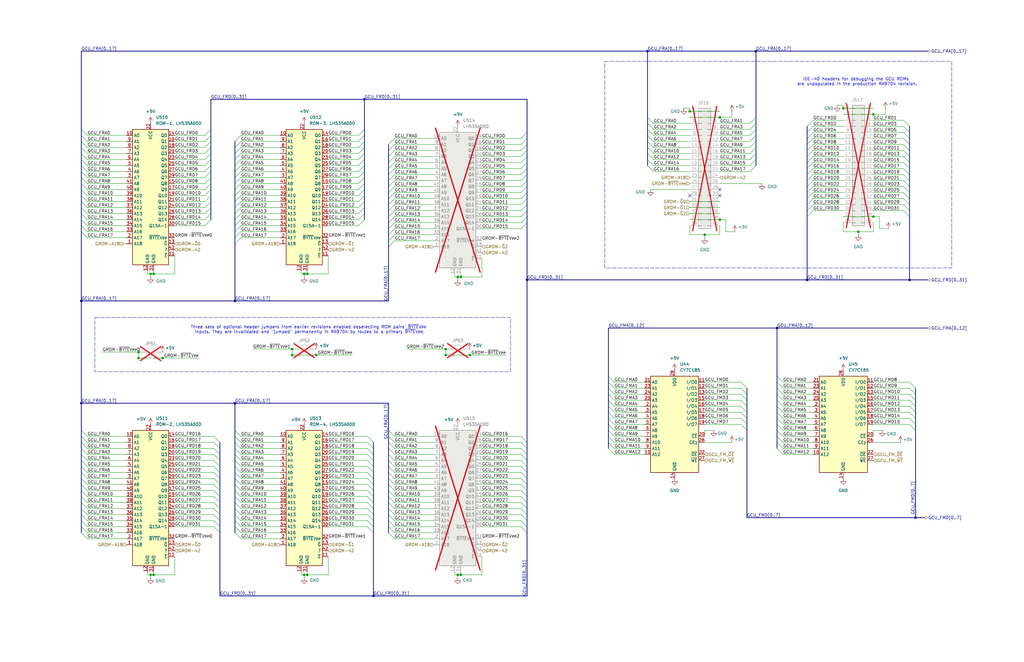
<source format=kicad_sch>
(kicad_sch (version 20231120) (generator "eeschema") (generator_version "8.0")
  (paper "B")
  (title_block (title "RA9704, GCU_F ROM and RAM") (date "2024-12-29") (rev "002") (company "Coin-Op Collection") (comment 1 "Author: Brandon Arnold") (comment 2 "License: CC BY-NC-SA 4.0"))
  (junction (at 340.36 118.11))
  (junction (at 99.06 170.18))
  (junction (at 290.83 46.99))
  (junction (at 68.58 151.13))
  (junction (at 58.42 148.59))
  (junction (at 129.54 115.57))
  (junction (at 187.96 149.86))
  (junction (at 361.95 97.79))
  (junction (at 222.25 118.11))
  (junction (at 123.19 149.86))
  (junction (at 194.31 242.57))
  (junction (at 355.6 45.72))
  (junction (at 153.67 41.91))
  (junction (at 297.18 99.06))
  (junction (at 303.53 49.53))
  (junction (at 63.5 242.57))
  (junction (at 34.29 170.18))
  (junction (at 157.48 251.46))
  (junction (at 64.77 115.57))
  (junction (at 123.19 147.32))
  (junction (at 64.77 242.57))
  (junction (at 128.27 242.57))
  (junction (at 194.31 116.84))
  (junction (at 368.3 91.44))
  (junction (at 133.35 149.86))
  (junction (at 327.66 138.43))
  (junction (at 318.77 21.59))
  (junction (at 198.12 149.86))
  (junction (at 193.04 242.57))
  (junction (at 383.54 118.11))
  (junction (at 58.42 151.13))
  (junction (at 34.29 127))
  (junction (at 187.96 147.32))
  (junction (at 99.06 127))
  (junction (at 386.08 218.44))
  (junction (at 193.04 116.84))
  (junction (at 273.05 21.59))
  (junction (at 128.27 115.57))
  (junction (at 303.53 92.71))
  (junction (at 63.5 115.57))
  (junction (at 368.3 48.26))
  (junction (at 129.54 242.57))
  (no_connect (at 303.53 80.01))
  (no_connect (at 290.83 82.55))
  (no_connect (at 303.53 82.55))
  (bus_entry (at 99.06 212.09) (size 2.54 2.54))
  (bus_entry (at 90.17 186.69) (size 2.54 2.54))
  (bus_entry (at 34.29 80.01) (size 2.54 2.54))
  (bus_entry (at 154.94 189.23) (size 2.54 2.54))
  (bus_entry (at 153.67 85.09) (size -2.54 2.54))
  (bus_entry (at 90.17 212.09) (size 2.54 2.54))
  (bus_entry (at 219.71 209.55) (size 2.54 2.54))
  (bus_entry (at 154.94 199.39) (size 2.54 2.54))
  (bus_entry (at 318.77 49.53) (size -2.54 2.54))
  (bus_entry (at 381 66.04) (size 2.54 2.54))
  (bus_entry (at 312.42 171.45) (size 2.54 2.54))
  (bus_entry (at 99.06 196.85) (size 2.54 2.54))
  (bus_entry (at 99.06 224.79) (size 2.54 2.54))
  (bus_entry (at 99.06 97.79) (size 2.54 -2.54))
  (bus_entry (at 327.66 171.45) (size 2.54 2.54))
  (bus_entry (at 327.66 176.53) (size 2.54 2.54))
  (bus_entry (at 163.83 184.15) (size 2.54 2.54))
  (bus_entry (at 99.06 64.77) (size 2.54 -2.54))
  (bus_entry (at 273.05 49.53) (size 2.54 2.54))
  (bus_entry (at 90.17 219.71) (size 2.54 2.54))
  (bus_entry (at 153.67 90.17) (size -2.54 2.54))
  (bus_entry (at 34.29 97.79) (size 2.54 2.54))
  (bus_entry (at 342.9 68.58) (size -2.54 2.54))
  (bus_entry (at 34.29 212.09) (size 2.54 2.54))
  (bus_entry (at 99.06 186.69) (size 2.54 2.54))
  (bus_entry (at 383.54 176.53) (size 2.54 2.54))
  (bus_entry (at 381 68.58) (size 2.54 2.54))
  (bus_entry (at 318.77 52.07) (size -2.54 2.54))
  (bus_entry (at 219.71 201.93) (size 2.54 2.54))
  (bus_entry (at 34.29 201.93) (size 2.54 2.54))
  (bus_entry (at 88.9 62.23) (size -2.54 2.54))
  (bus_entry (at 88.9 92.71) (size -2.54 2.54))
  (bus_entry (at 342.9 66.04) (size -2.54 2.54))
  (bus_entry (at 273.05 54.61) (size 2.54 2.54))
  (bus_entry (at 88.9 54.61) (size -2.54 2.54))
  (bus_entry (at 219.71 194.31) (size 2.54 2.54))
  (bus_entry (at 34.29 72.39) (size 2.54 2.54))
  (bus_entry (at 163.83 196.85) (size 2.54 2.54))
  (bus_entry (at 99.06 62.23) (size 2.54 -2.54))
  (bus_entry (at 327.66 181.61) (size 2.54 2.54))
  (bus_entry (at 318.77 62.23) (size -2.54 2.54))
  (bus_entry (at 90.17 204.47) (size 2.54 2.54))
  (bus_entry (at 90.17 217.17) (size 2.54 2.54))
  (bus_entry (at 34.29 207.01) (size 2.54 2.54))
  (bus_entry (at 327.66 186.69) (size 2.54 2.54))
  (bus_entry (at 219.71 196.85) (size 2.54 2.54))
  (bus_entry (at 154.94 186.69) (size 2.54 2.54))
  (bus_entry (at 90.17 201.93) (size 2.54 2.54))
  (bus_entry (at 381 60.96) (size 2.54 2.54))
  (bus_entry (at 222.25 93.98) (size -2.54 2.54))
  (bus_entry (at 222.25 91.44) (size -2.54 2.54))
  (bus_entry (at 163.83 222.25) (size 2.54 2.54))
  (bus_entry (at 163.83 86.36) (size 2.54 -2.54))
  (bus_entry (at 34.29 204.47) (size 2.54 2.54))
  (bus_entry (at 154.94 222.25) (size 2.54 2.54))
  (bus_entry (at 327.66 166.37) (size 2.54 2.54))
  (bus_entry (at 34.29 77.47) (size 2.54 2.54))
  (bus_entry (at 163.83 60.96) (size 2.54 -2.54))
  (bus_entry (at 154.94 196.85) (size 2.54 2.54))
  (bus_entry (at 99.06 69.85) (size 2.54 -2.54))
  (bus_entry (at 381 78.74) (size 2.54 2.54))
  (bus_entry (at 327.66 158.75) (size 2.54 2.54))
  (bus_entry (at 256.54 166.37) (size 2.54 2.54))
  (bus_entry (at 99.06 222.25) (size 2.54 2.54))
  (bus_entry (at 273.05 62.23) (size 2.54 2.54))
  (bus_entry (at 88.9 80.01) (size -2.54 2.54))
  (bus_entry (at 34.29 57.15) (size 2.54 2.54))
  (bus_entry (at 90.17 189.23) (size 2.54 2.54))
  (bus_entry (at 99.06 80.01) (size 2.54 -2.54))
  (bus_entry (at 381 58.42) (size 2.54 2.54))
  (bus_entry (at 256.54 161.29) (size 2.54 2.54))
  (bus_entry (at 222.25 86.36) (size -2.54 2.54))
  (bus_entry (at 90.17 214.63) (size 2.54 2.54))
  (bus_entry (at 256.54 158.75) (size 2.54 2.54))
  (bus_entry (at 90.17 207.01) (size 2.54 2.54))
  (bus_entry (at 327.66 179.07) (size 2.54 2.54))
  (bus_entry (at 99.06 87.63) (size 2.54 -2.54))
  (bus_entry (at 163.83 81.28) (size 2.54 -2.54))
  (bus_entry (at 312.42 173.99) (size 2.54 2.54))
  (bus_entry (at 222.25 60.96) (size -2.54 2.54))
  (bus_entry (at 99.06 207.01) (size 2.54 2.54))
  (bus_entry (at 99.06 74.93) (size 2.54 -2.54))
  (bus_entry (at 163.83 83.82) (size 2.54 -2.54))
  (bus_entry (at 327.66 161.29) (size 2.54 2.54))
  (bus_entry (at 222.25 66.04) (size -2.54 2.54))
  (bus_entry (at 34.29 199.39) (size 2.54 2.54))
  (bus_entry (at 34.29 214.63) (size 2.54 2.54))
  (bus_entry (at 153.67 74.93) (size -2.54 2.54))
  (bus_entry (at 34.29 181.61) (size 2.54 2.54))
  (bus_entry (at 219.71 222.25) (size 2.54 2.54))
  (bus_entry (at 99.06 217.17) (size 2.54 2.54))
  (bus_entry (at 163.83 93.98) (size 2.54 -2.54))
  (bus_entry (at 163.83 194.31) (size 2.54 2.54))
  (bus_entry (at 154.94 194.31) (size 2.54 2.54))
  (bus_entry (at 154.94 184.15) (size 2.54 2.54))
  (bus_entry (at 163.83 217.17) (size 2.54 2.54))
  (bus_entry (at 163.83 212.09) (size 2.54 2.54))
  (bus_entry (at 163.83 99.06) (size 2.54 -2.54))
  (bus_entry (at 90.17 194.31) (size 2.54 2.54))
  (bus_entry (at 34.29 62.23) (size 2.54 2.54))
  (bus_entry (at 99.06 214.63) (size 2.54 2.54))
  (bus_entry (at 88.9 90.17) (size -2.54 2.54))
  (bus_entry (at 34.29 191.77) (size 2.54 2.54))
  (bus_entry (at 88.9 59.69) (size -2.54 2.54))
  (bus_entry (at 318.77 59.69) (size -2.54 2.54))
  (bus_entry (at 90.17 199.39) (size 2.54 2.54))
  (bus_entry (at 222.25 55.88) (size -2.54 2.54))
  (bus_entry (at 222.25 71.12) (size -2.54 2.54))
  (bus_entry (at 34.29 64.77) (size 2.54 2.54))
  (bus_entry (at 34.29 54.61) (size 2.54 2.54))
  (bus_entry (at 34.29 224.79) (size 2.54 2.54))
  (bus_entry (at 256.54 179.07) (size 2.54 2.54))
  (bus_entry (at 383.54 179.07) (size 2.54 2.54))
  (bus_entry (at 256.54 176.53) (size 2.54 2.54))
  (bus_entry (at 273.05 59.69) (size 2.54 2.54))
  (bus_entry (at 163.83 73.66) (size 2.54 -2.54))
  (bus_entry (at 383.54 161.29) (size 2.54 2.54))
  (bus_entry (at 163.83 186.69) (size 2.54 2.54))
  (bus_entry (at 34.29 222.25) (size 2.54 2.54))
  (bus_entry (at 88.9 77.47) (size -2.54 2.54))
  (bus_entry (at 312.42 163.83) (size 2.54 2.54))
  (bus_entry (at 163.83 104.14) (size 2.54 -2.54))
  (bus_entry (at 154.94 201.93) (size 2.54 2.54))
  (bus_entry (at 163.83 101.6) (size 2.54 -2.54))
  (bus_entry (at 99.06 209.55) (size 2.54 2.54))
  (bus_entry (at 312.42 176.53) (size 2.54 2.54))
  (bus_entry (at 34.29 69.85) (size 2.54 2.54))
  (bus_entry (at 219.71 191.77) (size 2.54 2.54))
  (bus_entry (at 342.9 83.82) (size -2.54 2.54))
  (bus_entry (at 154.94 191.77) (size 2.54 2.54))
  (bus_entry (at 273.05 64.77) (size 2.54 2.54))
  (bus_entry (at 222.25 58.42) (size -2.54 2.54))
  (bus_entry (at 312.42 168.91) (size 2.54 2.54))
  (bus_entry (at 273.05 67.31) (size 2.54 2.54))
  (bus_entry (at 222.25 78.74) (size -2.54 2.54))
  (bus_entry (at 256.54 163.83) (size 2.54 2.54))
  (bus_entry (at 256.54 189.23) (size 2.54 2.54))
  (bus_entry (at 99.06 85.09) (size 2.54 -2.54))
  (bus_entry (at 99.06 191.77) (size 2.54 2.54))
  (bus_entry (at 219.71 219.71) (size 2.54 2.54))
  (bus_entry (at 163.83 219.71) (size 2.54 2.54))
  (bus_entry (at 153.67 59.69) (size -2.54 2.54))
  (bus_entry (at 163.83 88.9) (size 2.54 -2.54))
  (bus_entry (at 154.94 204.47) (size 2.54 2.54))
  (bus_entry (at 34.29 90.17) (size 2.54 2.54))
  (bus_entry (at 318.77 57.15) (size -2.54 2.54))
  (bus_entry (at 327.66 184.15) (size 2.54 2.54))
  (bus_entry (at 273.05 52.07) (size 2.54 2.54))
  (bus_entry (at 99.06 194.31) (size 2.54 2.54))
  (bus_entry (at 99.06 67.31) (size 2.54 -2.54))
  (bus_entry (at 381 76.2) (size 2.54 2.54))
  (bus_entry (at 219.71 214.63) (size 2.54 2.54))
  (bus_entry (at 88.9 87.63) (size -2.54 2.54))
  (bus_entry (at 34.29 85.09) (size 2.54 2.54))
  (bus_entry (at 153.67 64.77) (size -2.54 2.54))
  (bus_entry (at 222.25 73.66) (size -2.54 2.54))
  (bus_entry (at 163.83 76.2) (size 2.54 -2.54))
  (bus_entry (at 163.83 201.93) (size 2.54 2.54))
  (bus_entry (at 219.71 184.15) (size 2.54 2.54))
  (bus_entry (at 153.67 69.85) (size -2.54 2.54))
  (bus_entry (at 342.9 58.42) (size -2.54 2.54))
  (bus_entry (at 256.54 186.69) (size 2.54 2.54))
  (bus_entry (at 312.42 161.29) (size 2.54 2.54))
  (bus_entry (at 99.06 201.93) (size 2.54 2.54))
  (bus_entry (at 153.67 67.31) (size -2.54 2.54))
  (bus_entry (at 153.67 82.55) (size -2.54 2.54))
  (bus_entry (at 90.17 222.25) (size 2.54 2.54))
  (bus_entry (at 381 53.34) (size 2.54 2.54))
  (bus_entry (at 99.06 77.47) (size 2.54 -2.54))
  (bus_entry (at 88.9 85.09) (size -2.54 2.54))
  (bus_entry (at 154.94 219.71) (size 2.54 2.54))
  (bus_entry (at 90.17 209.55) (size 2.54 2.54))
  (bus_entry (at 163.83 207.01) (size 2.54 2.54))
  (bus_entry (at 383.54 168.91) (size 2.54 2.54))
  (bus_entry (at 154.94 214.63) (size 2.54 2.54))
  (bus_entry (at 153.67 77.47) (size -2.54 2.54))
  (bus_entry (at 163.83 191.77) (size 2.54 2.54))
  (bus_entry (at 34.29 95.25) (size 2.54 2.54))
  (bus_entry (at 154.94 217.17) (size 2.54 2.54))
  (bus_entry (at 381 81.28) (size 2.54 2.54))
  (bus_entry (at 163.83 66.04) (size 2.54 -2.54))
  (bus_entry (at 34.29 186.69) (size 2.54 2.54))
  (bus_entry (at 256.54 173.99) (size 2.54 2.54))
  (bus_entry (at 163.83 78.74) (size 2.54 -2.54))
  (bus_entry (at 312.42 166.37) (size 2.54 2.54))
  (bus_entry (at 383.54 171.45) (size 2.54 2.54))
  (bus_entry (at 383.54 173.99) (size 2.54 2.54))
  (bus_entry (at 99.06 59.69) (size 2.54 -2.54))
  (bus_entry (at 34.29 184.15) (size 2.54 2.54))
  (bus_entry (at 342.9 81.28) (size -2.54 2.54))
  (bus_entry (at 222.25 88.9) (size -2.54 2.54))
  (bus_entry (at 273.05 57.15) (size 2.54 2.54))
  (bus_entry (at 219.71 207.01) (size 2.54 2.54))
  (bus_entry (at 381 55.88) (size 2.54 2.54))
  (bus_entry (at 163.83 199.39) (size 2.54 2.54))
  (bus_entry (at 163.83 63.5) (size 2.54 -2.54))
  (bus_entry (at 34.29 217.17) (size 2.54 2.54))
  (bus_entry (at 34.29 59.69) (size 2.54 2.54))
  (bus_entry (at 222.25 83.82) (size -2.54 2.54))
  (bus_entry (at 99.06 72.39) (size 2.54 -2.54))
  (bus_entry (at 153.67 57.15) (size -2.54 2.54))
  (bus_entry (at 99.06 95.25) (size 2.54 -2.54))
  (bus_entry (at 99.06 189.23) (size 2.54 2.54))
  (bus_entry (at 88.9 64.77) (size -2.54 2.54))
  (bus_entry (at 153.67 92.71) (size -2.54 2.54))
  (bus_entry (at 342.9 86.36) (size -2.54 2.54))
  (bus_entry (at 219.71 212.09) (size 2.54 2.54))
  (bus_entry (at 222.25 63.5) (size -2.54 2.54))
  (bus_entry (at 88.9 57.15) (size -2.54 2.54))
  (bus_entry (at 163.83 181.61) (size 2.54 2.54))
  (bus_entry (at 342.9 76.2) (size -2.54 2.54))
  (bus_entry (at 34.29 196.85) (size 2.54 2.54))
  (bus_entry (at 219.71 186.69) (size 2.54 2.54))
  (bus_entry (at 153.67 62.23) (size -2.54 2.54))
  (bus_entry (at 163.83 214.63) (size 2.54 2.54))
  (bus_entry (at 153.67 54.61) (size -2.54 2.54))
  (bus_entry (at 163.83 96.52) (size 2.54 -2.54))
  (bus_entry (at 222.25 68.58) (size -2.54 2.54))
  (bus_entry (at 88.9 69.85) (size -2.54 2.54))
  (bus_entry (at 256.54 181.61) (size 2.54 2.54))
  (bus_entry (at 318.77 67.31) (size -2.54 2.54))
  (bus_entry (at 342.9 53.34) (size -2.54 2.54))
  (bus_entry (at 381 50.8) (size 2.54 2.54))
  (bus_entry (at 34.29 209.55) (size 2.54 2.54))
  (bus_entry (at 256.54 171.45) (size 2.54 2.54))
  (bus_entry (at 342.9 78.74) (size -2.54 2.54))
  (bus_entry (at 34.29 189.23) (size 2.54 2.54))
  (bus_entry (at 327.66 168.91) (size 2.54 2.54))
  (bus_entry (at 163.83 91.44) (size 2.54 -2.54))
  (bus_entry (at 219.71 199.39) (size 2.54 2.54))
  (bus_entry (at 381 88.9) (size 2.54 2.54))
  (bus_entry (at 34.29 67.31) (size 2.54 2.54))
  (bus_entry (at 327.66 173.99) (size 2.54 2.54))
  (bus_entry (at 381 71.12) (size 2.54 2.54))
  (bus_entry (at 154.94 207.01) (size 2.54 2.54))
  (bus_entry (at 34.29 87.63) (size 2.54 2.54))
  (bus_entry (at 219.71 204.47) (size 2.54 2.54))
  (bus_entry (at 318.77 64.77) (size -2.54 2.54))
  (bus_entry (at 153.67 80.01) (size -2.54 2.54))
  (bus_entry (at 99.06 90.17) (size 2.54 -2.54))
  (bus_entry (at 154.94 212.09) (size 2.54 2.54))
  (bus_entry (at 34.29 74.93) (size 2.54 2.54))
  (bus_entry (at 34.29 194.31) (size 2.54 2.54))
  (bus_entry (at 381 73.66) (size 2.54 2.54))
  (bus_entry (at 99.06 184.15) (size 2.54 2.54))
  (bus_entry (at 318.77 54.61) (size -2.54 2.54))
  (bus_entry (at 342.9 60.96) (size -2.54 2.54))
  (bus_entry (at 342.9 50.8) (size -2.54 2.54))
  (bus_entry (at 99.06 199.39) (size 2.54 2.54))
  (bus_entry (at 342.9 63.5) (size -2.54 2.54))
  (bus_entry (at 99.06 100.33) (size 2.54 -2.54))
  (bus_entry (at 219.71 189.23) (size 2.54 2.54))
  (bus_entry (at 273.05 69.85) (size 2.54 2.54))
  (bus_entry (at 222.25 81.28) (size -2.54 2.54))
  (bus_entry (at 99.06 219.71) (size 2.54 2.54))
  (bus_entry (at 99.06 92.71) (size 2.54 -2.54))
  (bus_entry (at 342.9 71.12) (size -2.54 2.54))
  (bus_entry (at 90.17 191.77) (size 2.54 2.54))
  (bus_entry (at 163.83 71.12) (size 2.54 -2.54))
  (bus_entry (at 381 63.5) (size 2.54 2.54))
  (bus_entry (at 88.9 72.39) (size -2.54 2.54))
  (bus_entry (at 312.42 179.07) (size 2.54 2.54))
  (bus_entry (at 99.06 181.61) (size 2.54 2.54))
  (bus_entry (at 88.9 67.31) (size -2.54 2.54))
  (bus_entry (at 219.71 217.17) (size 2.54 2.54))
  (bus_entry (at 163.83 68.58) (size 2.54 -2.54))
  (bus_entry (at 88.9 74.93) (size -2.54 2.54))
  (bus_entry (at 153.67 72.39) (size -2.54 2.54))
  (bus_entry (at 90.17 184.15) (size 2.54 2.54))
  (bus_entry (at 163.83 209.55) (size 2.54 2.54))
  (bus_entry (at 163.83 204.47) (size 2.54 2.54))
  (bus_entry (at 34.29 219.71) (size 2.54 2.54))
  (bus_entry (at 327.66 189.23) (size 2.54 2.54))
  (bus_entry (at 342.9 73.66) (size -2.54 2.54))
  (bus_entry (at 34.29 82.55) (size 2.54 2.54))
  (bus_entry (at 90.17 196.85) (size 2.54 2.54))
  (bus_entry (at 99.06 204.47) (size 2.54 2.54))
  (bus_entry (at 381 86.36) (size 2.54 2.54))
  (bus_entry (at 327.66 163.83) (size 2.54 2.54))
  (bus_entry (at 381 83.82) (size 2.54 2.54))
  (bus_entry (at 153.67 87.63) (size -2.54 2.54))
  (bus_entry (at 342.9 88.9) (size -2.54 2.54))
  (bus_entry (at 222.25 76.2) (size -2.54 2.54))
  (bus_entry (at 99.06 82.55) (size 2.54 -2.54))
  (bus_entry (at 34.29 92.71) (size 2.54 2.54))
  (bus_entry (at 318.77 69.85) (size -2.54 2.54))
  (bus_entry (at 163.83 224.79) (size 2.54 2.54))
  (bus_entry (at 99.06 102.87) (size 2.54 -2.54))
  (bus_entry (at 256.54 168.91) (size 2.54 2.54))
  (bus_entry (at 154.94 209.55) (size 2.54 2.54))
  (bus_entry (at 383.54 163.83) (size 2.54 2.54))
  (bus_entry (at 383.54 166.37) (size 2.54 2.54))
  (bus_entry (at 88.9 82.55) (size -2.54 2.54))
  (bus_entry (at 342.9 55.88) (size -2.54 2.54))
  (bus_entry (at 256.54 184.15) (size 2.54 2.54))
  (bus_entry (at 163.83 189.23) (size 2.54 2.54))
  (wire (pts (xy 101.6 209.55) (xy 118.11 209.55)))
  (wire (pts (xy 342.9 71.12) (xy 355.6 71.12)))
  (wire (pts (xy 129.54 242.57) (xy 138.43 242.57)))
  (bus (pts (xy 327.66 158.75) (xy 327.66 161.29)))
  (bus (pts (xy 99.06 186.69) (xy 99.06 189.23)))
  (wire (pts (xy 290.83 49.53) (xy 303.53 49.53)))
  (bus (pts (xy 88.9 90.17) (xy 88.9 87.63)))
  (wire (pts (xy 275.59 54.61) (xy 290.83 54.61)))
  (wire (pts (xy 101.6 72.39) (xy 118.11 72.39)))
  (wire (pts (xy 138.43 212.09) (xy 154.94 212.09)))
  (bus (pts (xy 222.25 204.47) (xy 222.25 207.01)))
  (wire (pts (xy 73.66 62.23) (xy 86.36 62.23)))
  (bus (pts (xy 99.06 214.63) (xy 99.06 217.17)))
  (bus (pts (xy 222.25 207.01) (xy 222.25 209.55)))
  (wire (pts (xy 36.83 227.33) (xy 53.34 227.33)))
  (wire (pts (xy 166.37 91.44) (xy 182.88 91.44)))
  (wire (pts (xy 203.2 212.09) (xy 219.71 212.09)))
  (wire (pts (xy 166.37 201.93) (xy 182.88 201.93)))
  (wire (pts (xy 101.6 227.33) (xy 118.11 227.33)))
  (bus (pts (xy 222.25 78.74) (xy 222.25 81.28)))
  (wire (pts (xy 368.3 173.99) (xy 383.54 173.99)))
  (bus (pts (xy 222.25 212.09) (xy 222.25 214.63)))
  (bus (pts (xy 34.29 77.47) (xy 34.29 80.01)))
  (wire (pts (xy 101.6 62.23) (xy 118.11 62.23)))
  (wire (pts (xy 166.37 194.31) (xy 182.88 194.31)))
  (bus (pts (xy 34.29 217.17) (xy 34.29 219.71)))
  (bus (pts (xy 34.29 199.39) (xy 34.29 201.93)))
  (wire (pts (xy 129.54 115.57) (xy 129.54 114.3)))
  (wire (pts (xy 368.3 58.42) (xy 381 58.42)))
  (bus (pts (xy 273.05 54.61) (xy 273.05 57.15)))
  (bus (pts (xy 318.77 62.23) (xy 318.77 64.77)))
  (wire (pts (xy 191.77 116.84) (xy 191.77 115.57)))
  (wire (pts (xy 275.59 69.85) (xy 290.83 69.85)))
  (bus (pts (xy 153.67 85.09) (xy 153.67 87.63)))
  (wire (pts (xy 73.66 214.63) (xy 90.17 214.63)))
  (wire (pts (xy 166.37 204.47) (xy 182.88 204.47)))
  (wire (pts (xy 259.08 163.83) (xy 271.78 163.83)))
  (bus (pts (xy 153.67 77.47) (xy 153.67 80.01)))
  (wire (pts (xy 101.6 184.15) (xy 118.11 184.15)))
  (bus (pts (xy 327.66 166.37) (xy 327.66 168.91)))
  (wire (pts (xy 36.83 219.71) (xy 53.34 219.71)))
  (wire (pts (xy 203.2 204.47) (xy 219.71 204.47)))
  (wire (pts (xy 138.43 199.39) (xy 154.94 199.39)))
  (bus (pts (xy 34.29 207.01) (xy 34.29 209.55)))
  (bus (pts (xy 163.83 181.61) (xy 163.83 170.18)))
  (wire (pts (xy 297.18 168.91) (xy 312.42 168.91)))
  (bus (pts (xy 340.36 63.5) (xy 340.36 66.04)))
  (wire (pts (xy 297.18 166.37) (xy 312.42 166.37)))
  (wire (pts (xy 342.9 83.82) (xy 355.6 83.82)))
  (bus (pts (xy 318.77 64.77) (xy 318.77 67.31)))
  (wire (pts (xy 166.37 196.85) (xy 182.88 196.85)))
  (bus (pts (xy 157.48 204.47) (xy 157.48 207.01)))
  (bus (pts (xy 163.83 127) (xy 99.06 127)))
  (wire (pts (xy 166.37 76.2) (xy 182.88 76.2)))
  (bus (pts (xy 34.29 82.55) (xy 34.29 85.09)))
  (bus (pts (xy 99.06 219.71) (xy 99.06 222.25)))
  (bus (pts (xy 256.54 168.91) (xy 256.54 166.37)))
  (wire (pts (xy 259.08 168.91) (xy 271.78 168.91)))
  (bus (pts (xy 99.06 69.85) (xy 99.06 72.39)))
  (wire (pts (xy 138.43 77.47) (xy 151.13 77.47)))
  (wire (pts (xy 203.2 109.22) (xy 203.2 116.84)))
  (bus (pts (xy 153.67 69.85) (xy 153.67 72.39)))
  (wire (pts (xy 101.6 85.09) (xy 118.11 85.09)))
  (bus (pts (xy 222.25 60.96) (xy 222.25 63.5)))
  (bus (pts (xy 99.06 90.17) (xy 99.06 92.71)))
  (wire (pts (xy 64.77 115.57) (xy 63.5 115.57)))
  (wire (pts (xy 303.53 54.61) (xy 316.23 54.61)))
  (wire (pts (xy 101.6 59.69) (xy 118.11 59.69)))
  (wire (pts (xy 203.2 217.17) (xy 219.71 217.17)))
  (wire (pts (xy 203.2 189.23) (xy 219.71 189.23)))
  (wire (pts (xy 138.43 67.31) (xy 151.13 67.31)))
  (bus (pts (xy 163.83 91.44) (xy 163.83 93.98)))
  (wire (pts (xy 166.37 88.9) (xy 182.88 88.9)))
  (wire (pts (xy 36.83 57.15) (xy 53.34 57.15)))
  (bus (pts (xy 386.08 166.37) (xy 386.08 168.91)))
  (wire (pts (xy 306.07 97.79) (xy 309.88 97.79)))
  (bus (pts (xy 256.54 186.69) (xy 256.54 184.15)))
  (bus (pts (xy 222.25 118.11) (xy 340.36 118.11)))
  (bus (pts (xy 163.83 88.9) (xy 163.83 91.44)))
  (wire (pts (xy 73.66 204.47) (xy 90.17 204.47)))
  (bus (pts (xy 222.25 81.28) (xy 222.25 83.82)))
  (wire (pts (xy 36.83 224.79) (xy 53.34 224.79)))
  (wire (pts (xy 259.08 191.77) (xy 271.78 191.77)))
  (bus (pts (xy 222.25 83.82) (xy 222.25 86.36)))
  (bus (pts (xy 383.54 83.82) (xy 383.54 86.36)))
  (bus (pts (xy 273.05 59.69) (xy 273.05 62.23)))
  (bus (pts (xy 157.48 251.46) (xy 222.25 251.46)))
  (wire (pts (xy 101.6 69.85) (xy 118.11 69.85)))
  (wire (pts (xy 166.37 63.5) (xy 182.88 63.5)))
  (wire (pts (xy 166.37 66.04) (xy 182.88 66.04)))
  (bus (pts (xy 256.54 176.53) (xy 256.54 173.99)))
  (bus (pts (xy 92.71 251.46) (xy 157.48 251.46)))
  (wire (pts (xy 171.45 147.32) (xy 187.96 147.32)))
  (wire (pts (xy 355.6 45.72) (xy 368.3 45.72)))
  (bus (pts (xy 92.71 219.71) (xy 92.71 222.25)))
  (wire (pts (xy 373.38 45.72) (xy 373.38 48.26)))
  (wire (pts (xy 138.43 74.93) (xy 151.13 74.93)))
  (bus (pts (xy 318.77 57.15) (xy 318.77 59.69)))
  (wire (pts (xy 342.9 60.96) (xy 355.6 60.96)))
  (wire (pts (xy 128.27 243.84) (xy 128.27 242.57)))
  (bus (pts (xy 153.67 74.93) (xy 153.67 77.47)))
  (wire (pts (xy 368.3 55.88) (xy 381 55.88)))
  (wire (pts (xy 342.9 86.36) (xy 355.6 86.36)))
  (bus (pts (xy 383.54 78.74) (xy 383.54 81.28)))
  (wire (pts (xy 36.83 85.09) (xy 53.34 85.09)))
  (bus (pts (xy 99.06 170.18) (xy 99.06 181.61)))
  (wire (pts (xy 368.3 71.12) (xy 381 71.12)))
  (bus (pts (xy 88.9 57.15) (xy 88.9 54.61)))
  (bus (pts (xy 318.77 21.59) (xy 318.77 49.53)))
  (wire (pts (xy 138.43 219.71) (xy 154.94 219.71)))
  (wire (pts (xy 342.9 63.5) (xy 355.6 63.5)))
  (bus (pts (xy 383.54 73.66) (xy 383.54 76.2)))
  (bus (pts (xy 163.83 196.85) (xy 163.83 194.31)))
  (wire (pts (xy 101.6 57.15) (xy 118.11 57.15)))
  (wire (pts (xy 73.66 87.63) (xy 86.36 87.63)))
  (bus (pts (xy 157.48 189.23) (xy 157.48 191.77)))
  (wire (pts (xy 166.37 99.06) (xy 182.88 99.06)))
  (bus (pts (xy 383.54 71.12) (xy 383.54 73.66)))
  (wire (pts (xy 330.2 166.37) (xy 342.9 166.37)))
  (wire (pts (xy 342.9 55.88) (xy 355.6 55.88)))
  (bus (pts (xy 327.66 163.83) (xy 327.66 166.37)))
  (bus (pts (xy 34.29 67.31) (xy 34.29 69.85)))
  (bus (pts (xy 99.06 170.18) (xy 34.29 170.18)))
  (bus (pts (xy 222.25 118.11) (xy 222.25 186.69)))
  (wire (pts (xy 303.53 69.85) (xy 316.23 69.85)))
  (bus (pts (xy 163.83 194.31) (xy 163.83 191.77)))
  (bus (pts (xy 92.71 209.55) (xy 92.71 212.09)))
  (bus (pts (xy 163.83 73.66) (xy 163.83 76.2)))
  (wire (pts (xy 303.53 67.31) (xy 316.23 67.31)))
  (bus (pts (xy 34.29 21.59) (xy 273.05 21.59)))
  (bus (pts (xy 256.54 181.61) (xy 256.54 179.07)))
  (bus (pts (xy 222.25 214.63) (xy 222.25 217.17)))
  (bus (pts (xy 99.06 59.69) (xy 99.06 62.23)))
  (wire (pts (xy 73.66 64.77) (xy 86.36 64.77)))
  (bus (pts (xy 256.54 138.43) (xy 327.66 138.43)))
  (wire (pts (xy 194.31 242.57) (xy 193.04 242.57)))
  (wire (pts (xy 274.32 80.01) (xy 290.83 80.01)))
  (bus (pts (xy 34.29 57.15) (xy 34.29 59.69)))
  (wire (pts (xy 166.37 209.55) (xy 182.88 209.55)))
  (bus (pts (xy 34.29 194.31) (xy 34.29 196.85)))
  (wire (pts (xy 368.3 171.45) (xy 383.54 171.45)))
  (wire (pts (xy 368.3 60.96) (xy 381 60.96)))
  (wire (pts (xy 166.37 224.79) (xy 182.88 224.79)))
  (bus (pts (xy 318.77 59.69) (xy 318.77 62.23)))
  (wire (pts (xy 101.6 217.17) (xy 118.11 217.17)))
  (bus (pts (xy 34.29 59.69) (xy 34.29 62.23)))
  (wire (pts (xy 303.53 59.69) (xy 316.23 59.69)))
  (wire (pts (xy 73.66 80.01) (xy 86.36 80.01)))
  (bus (pts (xy 163.83 63.5) (xy 163.83 66.04)))
  (bus (pts (xy 163.83 101.6) (xy 163.83 104.14)))
  (wire (pts (xy 138.43 196.85) (xy 154.94 196.85)))
  (wire (pts (xy 36.83 72.39) (xy 53.34 72.39)))
  (wire (pts (xy 63.5 116.84) (xy 63.5 115.57)))
  (bus (pts (xy 383.54 63.5) (xy 383.54 66.04)))
  (bus (pts (xy 99.06 189.23) (xy 99.06 191.77)))
  (bus (pts (xy 99.06 181.61) (xy 99.06 184.15)))
  (wire (pts (xy 68.58 151.13) (xy 58.42 151.13)))
  (bus (pts (xy 256.54 189.23) (xy 256.54 186.69)))
  (wire (pts (xy 259.08 171.45) (xy 271.78 171.45)))
  (bus (pts (xy 327.66 179.07) (xy 327.66 181.61)))
  (wire (pts (xy 73.66 72.39) (xy 86.36 72.39)))
  (wire (pts (xy 101.6 67.31) (xy 118.11 67.31)))
  (bus (pts (xy 340.36 81.28) (xy 340.36 83.82)))
  (bus (pts (xy 318.77 54.61) (xy 318.77 57.15)))
  (wire (pts (xy 342.9 88.9) (xy 355.6 88.9)))
  (wire (pts (xy 368.3 78.74) (xy 381 78.74)))
  (bus (pts (xy 163.83 217.17) (xy 163.83 214.63)))
  (wire (pts (xy 203.2 196.85) (xy 219.71 196.85)))
  (wire (pts (xy 303.53 62.23) (xy 316.23 62.23)))
  (wire (pts (xy 36.83 207.01) (xy 53.34 207.01)))
  (wire (pts (xy 128.27 116.84) (xy 128.27 115.57)))
  (bus (pts (xy 92.71 186.69) (xy 92.71 189.23)))
  (bus (pts (xy 34.29 95.25) (xy 34.29 97.79)))
  (bus (pts (xy 157.48 186.69) (xy 157.48 189.23)))
  (bus (pts (xy 34.29 72.39) (xy 34.29 74.93)))
  (wire (pts (xy 138.43 209.55) (xy 154.94 209.55)))
  (wire (pts (xy 203.2 219.71) (xy 219.71 219.71)))
  (bus (pts (xy 157.48 209.55) (xy 157.48 212.09)))
  (bus (pts (xy 314.96 168.91) (xy 314.96 171.45)))
  (wire (pts (xy 203.2 73.66) (xy 219.71 73.66)))
  (bus (pts (xy 222.25 217.17) (xy 222.25 219.71)))
  (wire (pts (xy 36.83 214.63) (xy 53.34 214.63)))
  (wire (pts (xy 370.84 91.44) (xy 368.3 91.44)))
  (wire (pts (xy 203.2 222.25) (xy 219.71 222.25)))
  (bus (pts (xy 163.83 86.36) (xy 163.83 88.9)))
  (wire (pts (xy 101.6 191.77) (xy 118.11 191.77)))
  (wire (pts (xy 73.66 184.15) (xy 90.17 184.15)))
  (wire (pts (xy 203.2 91.44) (xy 219.71 91.44)))
  (wire (pts (xy 259.08 161.29) (xy 271.78 161.29)))
  (wire (pts (xy 355.6 48.26) (xy 368.3 48.26)))
  (bus (pts (xy 222.25 201.93) (xy 222.25 204.47)))
  (wire (pts (xy 342.9 68.58) (xy 355.6 68.58)))
  (wire (pts (xy 368.3 53.34) (xy 381 53.34)))
  (wire (pts (xy 166.37 191.77) (xy 182.88 191.77)))
  (bus (pts (xy 157.48 194.31) (xy 157.48 196.85)))
  (wire (pts (xy 123.19 147.32) (xy 123.19 149.86)))
  (bus (pts (xy 99.06 64.77) (xy 99.06 67.31)))
  (bus (pts (xy 340.36 91.44) (xy 340.36 118.11)))
  (wire (pts (xy 138.43 82.55) (xy 151.13 82.55)))
  (bus (pts (xy 157.48 201.93) (xy 157.48 204.47)))
  (bus (pts (xy 88.9 92.71) (xy 88.9 90.17)))
  (bus (pts (xy 386.08 176.53) (xy 386.08 179.07)))
  (wire (pts (xy 330.2 191.77) (xy 342.9 191.77)))
  (bus (pts (xy 222.25 73.66) (xy 222.25 76.2)))
  (wire (pts (xy 101.6 207.01) (xy 118.11 207.01)))
  (wire (pts (xy 303.53 57.15) (xy 316.23 57.15)))
  (wire (pts (xy 101.6 212.09) (xy 118.11 212.09)))
  (bus (pts (xy 383.54 58.42) (xy 383.54 60.96)))
  (wire (pts (xy 166.37 199.39) (xy 182.88 199.39)))
  (bus (pts (xy 386.08 218.44) (xy 389.89 218.44)))
  (wire (pts (xy 36.83 97.79) (xy 53.34 97.79)))
  (bus (pts (xy 157.48 196.85) (xy 157.48 199.39)))
  (wire (pts (xy 166.37 73.66) (xy 182.88 73.66)))
  (wire (pts (xy 368.3 88.9) (xy 381 88.9)))
  (bus (pts (xy 222.25 76.2) (xy 222.25 78.74)))
  (wire (pts (xy 36.83 194.31) (xy 53.34 194.31)))
  (bus (pts (xy 34.29 214.63) (xy 34.29 217.17)))
  (bus (pts (xy 222.25 189.23) (xy 222.25 191.77)))
  (bus (pts (xy 88.9 82.55) (xy 88.9 80.01)))
  (wire (pts (xy 62.23 242.57) (xy 62.23 241.3)))
  (wire (pts (xy 166.37 219.71) (xy 182.88 219.71)))
  (wire (pts (xy 73.66 217.17) (xy 90.17 217.17)))
  (bus (pts (xy 340.36 88.9) (xy 340.36 91.44)))
  (wire (pts (xy 372.11 181.61) (xy 368.3 181.61)))
  (bus (pts (xy 99.06 222.25) (xy 99.06 224.79)))
  (bus (pts (xy 99.06 62.23) (xy 99.06 64.77)))
  (bus (pts (xy 88.9 85.09) (xy 88.9 82.55)))
  (bus (pts (xy 318.77 49.53) (xy 318.77 52.07)))
  (bus (pts (xy 153.67 59.69) (xy 153.67 62.23)))
  (wire (pts (xy 36.83 189.23) (xy 53.34 189.23)))
  (wire (pts (xy 36.83 184.15) (xy 53.34 184.15)))
  (wire (pts (xy 73.66 219.71) (xy 90.17 219.71)))
  (wire (pts (xy 275.59 62.23) (xy 290.83 62.23)))
  (wire (pts (xy 138.43 87.63) (xy 151.13 87.63)))
  (wire (pts (xy 36.83 69.85) (xy 53.34 69.85)))
  (bus (pts (xy 99.06 199.39) (xy 99.06 201.93)))
  (wire (pts (xy 306.07 97.79) (xy 306.07 92.71)))
  (wire (pts (xy 330.2 184.15) (xy 342.9 184.15)))
  (wire (pts (xy 203.2 194.31) (xy 219.71 194.31)))
  (wire (pts (xy 64.77 242.57) (xy 73.66 242.57)))
  (wire (pts (xy 166.37 214.63) (xy 182.88 214.63)))
  (bus (pts (xy 163.83 191.77) (xy 163.83 189.23)))
  (wire (pts (xy 290.83 46.99) (xy 303.53 46.99)))
  (bus (pts (xy 99.06 92.71) (xy 99.06 95.25)))
  (bus (pts (xy 273.05 21.59) (xy 273.05 49.53)))
  (wire (pts (xy 64.77 115.57) (xy 64.77 114.3)))
  (wire (pts (xy 198.12 149.86) (xy 187.96 149.86)))
  (bus (pts (xy 34.29 92.71) (xy 34.29 95.25)))
  (bus (pts (xy 92.71 217.17) (xy 92.71 219.71)))
  (bus (pts (xy 88.9 59.69) (xy 88.9 57.15)))
  (wire (pts (xy 259.08 173.99) (xy 271.78 173.99)))
  (wire (pts (xy 194.31 116.84) (xy 203.2 116.84)))
  (wire (pts (xy 303.53 64.77) (xy 316.23 64.77)))
  (bus (pts (xy 340.36 73.66) (xy 340.36 76.2)))
  (wire (pts (xy 166.37 212.09) (xy 182.88 212.09)))
  (wire (pts (xy 203.2 58.42) (xy 219.71 58.42)))
  (wire (pts (xy 368.3 68.58) (xy 381 68.58)))
  (wire (pts (xy 73.66 189.23) (xy 90.17 189.23)))
  (bus (pts (xy 163.83 78.74) (xy 163.83 81.28)))
  (wire (pts (xy 36.83 209.55) (xy 53.34 209.55)))
  (wire (pts (xy 138.43 217.17) (xy 154.94 217.17)))
  (bus (pts (xy 92.71 214.63) (xy 92.71 217.17)))
  (wire (pts (xy 129.54 115.57) (xy 128.27 115.57)))
  (wire (pts (xy 73.66 207.01) (xy 90.17 207.01)))
  (wire (pts (xy 36.83 80.01) (xy 53.34 80.01)))
  (bus (pts (xy 383.54 55.88) (xy 383.54 58.42)))
  (bus (pts (xy 92.71 196.85) (xy 92.71 199.39)))
  (bus (pts (xy 99.06 217.17) (xy 99.06 219.71)))
  (wire (pts (xy 368.3 81.28) (xy 381 81.28)))
  (bus (pts (xy 153.67 82.55) (xy 153.67 85.09)))
  (bus (pts (xy 153.67 41.91) (xy 153.67 54.61)))
  (wire (pts (xy 133.35 149.86) (xy 123.19 149.86)))
  (wire (pts (xy 73.66 57.15) (xy 86.36 57.15)))
  (wire (pts (xy 101.6 186.69) (xy 118.11 186.69)))
  (bus (pts (xy 34.29 80.01) (xy 34.29 82.55)))
  (wire (pts (xy 129.54 242.57) (xy 129.54 241.3)))
  (wire (pts (xy 138.43 191.77) (xy 154.94 191.77)))
  (wire (pts (xy 368.3 186.69) (xy 379.73 186.69)))
  (wire (pts (xy 73.66 69.85) (xy 86.36 69.85)))
  (wire (pts (xy 203.2 93.98) (xy 219.71 93.98)))
  (bus (pts (xy 153.67 90.17) (xy 153.67 92.71)))
  (wire (pts (xy 138.43 189.23) (xy 154.94 189.23)))
  (wire (pts (xy 73.66 209.55) (xy 90.17 209.55)))
  (wire (pts (xy 306.07 92.71) (xy 303.53 92.71)))
  (bus (pts (xy 34.29 54.61) (xy 34.29 21.59)))
  (wire (pts (xy 58.42 148.59) (xy 58.42 151.13)))
  (bus (pts (xy 99.06 212.09) (xy 99.06 214.63)))
  (bus (pts (xy 34.29 127) (xy 34.29 170.18)))
  (bus (pts (xy 92.71 189.23) (xy 92.71 191.77)))
  (bus (pts (xy 34.29 87.63) (xy 34.29 90.17)))
  (bus (pts (xy 386.08 181.61) (xy 386.08 218.44)))
  (wire (pts (xy 36.83 222.25) (xy 53.34 222.25)))
  (bus (pts (xy 99.06 102.87) (xy 99.06 127)))
  (bus (pts (xy 88.9 69.85) (xy 88.9 67.31)))
  (wire (pts (xy 191.77 116.84) (xy 193.04 116.84)))
  (bus (pts (xy 327.66 138.43) (xy 327.66 158.75)))
  (bus (pts (xy 99.06 95.25) (xy 99.06 97.79)))
  (wire (pts (xy 36.83 186.69) (xy 53.34 186.69)))
  (bus (pts (xy 34.29 85.09) (xy 34.29 87.63)))
  (bus (pts (xy 222.25 41.91) (xy 222.25 55.88)))
  (bus (pts (xy 34.29 181.61) (xy 34.29 184.15)))
  (bus (pts (xy 34.29 186.69) (xy 34.29 189.23)))
  (wire (pts (xy 166.37 83.82) (xy 182.88 83.82)))
  (bus (pts (xy 92.71 201.93) (xy 92.71 204.47)))
  (bus (pts (xy 327.66 138.43) (xy 391.16 138.43)))
  (wire (pts (xy 368.3 73.66) (xy 381 73.66)))
  (bus (pts (xy 88.9 87.63) (xy 88.9 85.09)))
  (wire (pts (xy 138.43 201.93) (xy 154.94 201.93)))
  (wire (pts (xy 330.2 179.07) (xy 342.9 179.07)))
  (wire (pts (xy 138.43 69.85) (xy 151.13 69.85)))
  (wire (pts (xy 166.37 101.6) (xy 182.88 101.6)))
  (wire (pts (xy 101.6 196.85) (xy 118.11 196.85)))
  (wire (pts (xy 138.43 222.25) (xy 154.94 222.25)))
  (wire (pts (xy 368.3 93.98) (xy 368.3 97.79)))
  (bus (pts (xy 383.54 118.11) (xy 391.16 118.11)))
  (wire (pts (xy 101.6 201.93) (xy 118.11 201.93)))
  (bus (pts (xy 153.67 87.63) (xy 153.67 90.17)))
  (bus (pts (xy 327.66 171.45) (xy 327.66 173.99)))
  (wire (pts (xy 101.6 74.93) (xy 118.11 74.93)))
  (bus (pts (xy 34.29 170.18) (xy 34.29 181.61)))
  (wire (pts (xy 36.83 92.71) (xy 53.34 92.71)))
  (wire (pts (xy 166.37 227.33) (xy 182.88 227.33)))
  (wire (pts (xy 148.59 149.86) (xy 133.35 149.86)))
  (bus (pts (xy 99.06 209.55) (xy 99.06 212.09)))
  (bus (pts (xy 256.54 179.07) (xy 256.54 176.53)))
  (bus (pts (xy 327.66 181.61) (xy 327.66 184.15)))
  (wire (pts (xy 303.53 95.25) (xy 303.53 99.06)))
  (wire (pts (xy 166.37 93.98) (xy 182.88 93.98)))
  (wire (pts (xy 330.2 163.83) (xy 342.9 163.83)))
  (wire (pts (xy 303.53 99.06) (xy 297.18 99.06)))
  (bus (pts (xy 88.9 64.77) (xy 88.9 62.23)))
  (wire (pts (xy 129.54 115.57) (xy 138.43 115.57)))
  (wire (pts (xy 259.08 166.37) (xy 271.78 166.37)))
  (wire (pts (xy 36.83 82.55) (xy 53.34 82.55)))
  (bus (pts (xy 314.96 181.61) (xy 314.96 218.44)))
  (bus (pts (xy 273.05 49.53) (xy 273.05 52.07)))
  (bus (pts (xy 88.9 54.61) (xy 88.9 41.91)))
  (bus (pts (xy 157.48 207.01) (xy 157.48 209.55)))
  (bus (pts (xy 314.96 179.07) (xy 314.96 181.61)))
  (bus (pts (xy 163.83 201.93) (xy 163.83 199.39)))
  (bus (pts (xy 163.83 170.18) (xy 99.06 170.18)))
  (wire (pts (xy 330.2 189.23) (xy 342.9 189.23)))
  (bus (pts (xy 99.06 87.63) (xy 99.06 90.17)))
  (bus (pts (xy 163.83 99.06) (xy 163.83 101.6)))
  (bus (pts (xy 99.06 97.79) (xy 99.06 100.33)))
  (bus (pts (xy 92.71 207.01) (xy 92.71 209.55)))
  (bus (pts (xy 99.06 82.55) (xy 99.06 85.09)))
  (wire (pts (xy 73.66 212.09) (xy 90.17 212.09)))
  (bus (pts (xy 386.08 163.83) (xy 386.08 166.37)))
  (wire (pts (xy 166.37 189.23) (xy 182.88 189.23)))
  (bus (pts (xy 34.29 184.15) (xy 34.29 186.69)))
  (wire (pts (xy 36.83 201.93) (xy 53.34 201.93)))
  (bus (pts (xy 222.25 186.69) (xy 222.25 189.23)))
  (wire (pts (xy 36.83 217.17) (xy 53.34 217.17)))
  (bus (pts (xy 327.66 176.53) (xy 327.66 179.07)))
  (wire (pts (xy 73.66 107.95) (xy 73.66 115.57)))
  (wire (pts (xy 203.2 186.69) (xy 219.71 186.69)))
  (wire (pts (xy 368.3 66.04) (xy 381 66.04)))
  (bus (pts (xy 314.96 176.53) (xy 314.96 179.07)))
  (wire (pts (xy 275.59 52.07) (xy 290.83 52.07)))
  (wire (pts (xy 138.43 234.95) (xy 138.43 242.57)))
  (wire (pts (xy 308.61 46.99) (xy 308.61 49.53)))
  (wire (pts (xy 166.37 71.12) (xy 182.88 71.12)))
  (wire (pts (xy 73.66 77.47) (xy 86.36 77.47)))
  (wire (pts (xy 36.83 64.77) (xy 53.34 64.77)))
  (bus (pts (xy 163.83 96.52) (xy 163.83 99.06)))
  (wire (pts (xy 36.83 95.25) (xy 53.34 95.25)))
  (bus (pts (xy 157.48 199.39) (xy 157.48 201.93)))
  (bus (pts (xy 99.06 201.93) (xy 99.06 204.47)))
  (wire (pts (xy 138.43 80.01) (xy 151.13 80.01)))
  (wire (pts (xy 342.9 81.28) (xy 355.6 81.28)))
  (wire (pts (xy 52.07 102.87) (xy 53.34 102.87)))
  (wire (pts (xy 203.2 68.58) (xy 219.71 68.58)))
  (bus (pts (xy 99.06 204.47) (xy 99.06 207.01)))
  (bus (pts (xy 34.29 219.71) (xy 34.29 222.25)))
  (bus (pts (xy 222.25 224.79) (xy 222.25 251.46)))
  (wire (pts (xy 290.83 45.72) (xy 290.83 46.99)))
  (wire (pts (xy 73.66 90.17) (xy 86.36 90.17)))
  (wire (pts (xy 368.3 50.8) (xy 381 50.8)))
  (wire (pts (xy 259.08 189.23) (xy 271.78 189.23)))
  (wire (pts (xy 355.6 97.79) (xy 361.95 97.79)))
  (wire (pts (xy 73.66 196.85) (xy 90.17 196.85)))
  (bus (pts (xy 273.05 52.07) (xy 273.05 54.61)))
  (wire (pts (xy 187.96 149.86) (xy 187.96 147.32)))
  (bus (pts (xy 383.54 88.9) (xy 383.54 91.44)))
  (bus (pts (xy 386.08 171.45) (xy 386.08 173.99)))
  (wire (pts (xy 275.59 57.15) (xy 290.83 57.15)))
  (wire (pts (xy 203.2 86.36) (xy 219.71 86.36)))
  (wire (pts (xy 101.6 90.17) (xy 118.11 90.17)))
  (wire (pts (xy 73.66 67.31) (xy 86.36 67.31)))
  (wire (pts (xy 73.66 234.95) (xy 73.66 242.57)))
  (bus (pts (xy 222.25 86.36) (xy 222.25 88.9)))
  (wire (pts (xy 297.18 161.29) (xy 312.42 161.29)))
  (bus (pts (xy 92.71 191.77) (xy 92.71 194.31)))
  (wire (pts (xy 342.9 66.04) (xy 355.6 66.04)))
  (wire (pts (xy 297.18 99.06) (xy 297.18 100.33)))
  (bus (pts (xy 157.48 191.77) (xy 157.48 194.31)))
  (bus (pts (xy 34.29 62.23) (xy 34.29 64.77)))
  (wire (pts (xy 303.53 77.47) (xy 321.31 77.47)))
  (wire (pts (xy 342.9 78.74) (xy 355.6 78.74)))
  (wire (pts (xy 259.08 181.61) (xy 271.78 181.61)))
  (wire (pts (xy 101.6 100.33) (xy 118.11 100.33)))
  (wire (pts (xy 191.77 242.57) (xy 191.77 241.3)))
  (bus (pts (xy 34.29 204.47) (xy 34.29 207.01)))
  (wire (pts (xy 275.59 64.77) (xy 290.83 64.77)))
  (wire (pts (xy 166.37 186.69) (xy 182.88 186.69)))
  (wire (pts (xy 194.31 242.57) (xy 194.31 241.3)))
  (wire (pts (xy 138.43 184.15) (xy 154.94 184.15)))
  (bus (pts (xy 163.83 199.39) (xy 163.83 196.85)))
  (bus (pts (xy 273.05 64.77) (xy 273.05 67.31)))
  (bus (pts (xy 163.83 83.82) (xy 163.83 86.36)))
  (bus (pts (xy 327.66 173.99) (xy 327.66 176.53)))
  (bus (pts (xy 383.54 66.04) (xy 383.54 68.58)))
  (wire (pts (xy 203.2 199.39) (xy 219.71 199.39)))
  (wire (pts (xy 101.6 95.25) (xy 118.11 95.25)))
  (wire (pts (xy 275.59 59.69) (xy 290.83 59.69)))
  (wire (pts (xy 191.77 242.57) (xy 193.04 242.57)))
  (wire (pts (xy 368.3 86.36) (xy 381 86.36)))
  (bus (pts (xy 163.83 71.12) (xy 163.83 73.66)))
  (bus (pts (xy 222.25 219.71) (xy 222.25 222.25)))
  (wire (pts (xy 36.83 74.93) (xy 53.34 74.93)))
  (bus (pts (xy 383.54 86.36) (xy 383.54 88.9)))
  (wire (pts (xy 127 115.57) (xy 128.27 115.57)))
  (wire (pts (xy 203.2 63.5) (xy 219.71 63.5)))
  (bus (pts (xy 256.54 158.75) (xy 256.54 138.43)))
  (bus (pts (xy 99.06 72.39) (xy 99.06 74.93)))
  (bus (pts (xy 256.54 171.45) (xy 256.54 168.91)))
  (bus (pts (xy 163.83 212.09) (xy 163.83 209.55)))
  (bus (pts (xy 222.25 55.88) (xy 222.25 58.42)))
  (bus (pts (xy 340.36 83.82) (xy 340.36 86.36)))
  (wire (pts (xy 275.59 72.39) (xy 290.83 72.39)))
  (bus (pts (xy 222.25 199.39) (xy 222.25 201.93)))
  (bus (pts (xy 383.54 76.2) (xy 383.54 78.74)))
  (bus (pts (xy 92.71 199.39) (xy 92.71 201.93)))
  (bus (pts (xy 340.36 55.88) (xy 340.36 58.42)))
  (bus (pts (xy 386.08 173.99) (xy 386.08 176.53)))
  (bus (pts (xy 386.08 168.91) (xy 386.08 171.45)))
  (wire (pts (xy 259.08 186.69) (xy 271.78 186.69)))
  (bus (pts (xy 222.25 63.5) (xy 222.25 66.04)))
  (bus (pts (xy 99.06 184.15) (xy 99.06 186.69)))
  (wire (pts (xy 101.6 92.71) (xy 118.11 92.71)))
  (bus (pts (xy 92.71 204.47) (xy 92.71 207.01)))
  (wire (pts (xy 303.53 52.07) (xy 316.23 52.07)))
  (wire (pts (xy 203.2 60.96) (xy 219.71 60.96)))
  (wire (pts (xy 166.37 68.58) (xy 182.88 68.58)))
  (bus (pts (xy 222.25 209.55) (xy 222.25 212.09)))
  (wire (pts (xy 36.83 199.39) (xy 53.34 199.39)))
  (wire (pts (xy 297.18 173.99) (xy 312.42 173.99)))
  (wire (pts (xy 368.3 83.82) (xy 381 83.82)))
  (bus (pts (xy 88.9 72.39) (xy 88.9 69.85)))
  (bus (pts (xy 222.25 191.77) (xy 222.25 194.31)))
  (wire (pts (xy 36.83 100.33) (xy 53.34 100.33)))
  (wire (pts (xy 290.83 90.17) (xy 303.53 90.17)))
  (bus (pts (xy 88.9 41.91) (xy 153.67 41.91)))
  (wire (pts (xy 101.6 87.63) (xy 118.11 87.63)))
  (bus (pts (xy 163.83 76.2) (xy 163.83 78.74)))
  (wire (pts (xy 36.83 62.23) (xy 53.34 62.23)))
  (wire (pts (xy 368.3 63.5) (xy 381 63.5)))
  (wire (pts (xy 355.6 44.45) (xy 355.6 45.72)))
  (bus (pts (xy 157.48 219.71) (xy 157.48 222.25)))
  (wire (pts (xy 36.83 59.69) (xy 53.34 59.69)))
  (wire (pts (xy 138.43 57.15) (xy 151.13 57.15)))
  (wire (pts (xy 101.6 97.79) (xy 118.11 97.79)))
  (wire (pts (xy 138.43 204.47) (xy 154.94 204.47)))
  (bus (pts (xy 157.48 222.25) (xy 157.48 224.79)))
  (bus (pts (xy 222.25 196.85) (xy 222.25 199.39)))
  (wire (pts (xy 138.43 194.31) (xy 154.94 194.31)))
  (wire (pts (xy 138.43 90.17) (xy 151.13 90.17)))
  (wire (pts (xy 330.2 173.99) (xy 342.9 173.99)))
  (wire (pts (xy 73.66 199.39) (xy 90.17 199.39)))
  (bus (pts (xy 99.06 207.01) (xy 99.06 209.55)))
  (wire (pts (xy 355.6 91.44) (xy 368.3 91.44)))
  (wire (pts (xy 138.43 95.25) (xy 151.13 95.25)))
  (bus (pts (xy 34.29 90.17) (xy 34.29 92.71)))
  (wire (pts (xy 203.2 201.93) (xy 219.71 201.93)))
  (bus (pts (xy 163.83 219.71) (xy 163.83 217.17)))
  (wire (pts (xy 101.6 194.31) (xy 118.11 194.31)))
  (wire (pts (xy 259.08 179.07) (xy 271.78 179.07)))
  (wire (pts (xy 290.83 92.71) (xy 303.53 92.71)))
  (bus (pts (xy 314.96 218.44) (xy 386.08 218.44)))
  (bus (pts (xy 34.29 74.93) (xy 34.29 77.47)))
  (bus (pts (xy 340.36 78.74) (xy 340.36 81.28)))
  (wire (pts (xy 101.6 77.47) (xy 118.11 77.47)))
  (wire (pts (xy 101.6 219.71) (xy 118.11 219.71)))
  (wire (pts (xy 203.2 191.77) (xy 219.71 191.77)))
  (wire (pts (xy 64.77 242.57) (xy 63.5 242.57)))
  (wire (pts (xy 303.53 49.53) (xy 308.61 49.53)))
  (wire (pts (xy 297.18 179.07) (xy 312.42 179.07)))
  (wire (pts (xy 259.08 184.15) (xy 271.78 184.15)))
  (bus (pts (xy 340.36 58.42) (xy 340.36 60.96)))
  (bus (pts (xy 383.54 68.58) (xy 383.54 71.12)))
  (wire (pts (xy 213.36 149.86) (xy 198.12 149.86)))
  (wire (pts (xy 368.3 176.53) (xy 383.54 176.53)))
  (wire (pts (xy 36.83 77.47) (xy 53.34 77.47)))
  (wire (pts (xy 63.5 243.84) (xy 63.5 242.57)))
  (bus (pts (xy 314.96 171.45) (xy 314.96 173.99)))
  (wire (pts (xy 330.2 186.69) (xy 342.9 186.69)))
  (wire (pts (xy 203.2 209.55) (xy 219.71 209.55)))
  (wire (pts (xy 203.2 78.74) (xy 219.71 78.74)))
  (wire (pts (xy 101.6 80.01) (xy 118.11 80.01)))
  (bus (pts (xy 99.06 196.85) (xy 99.06 199.39)))
  (bus (pts (xy 163.83 184.15) (xy 163.83 181.61)))
  (bus (pts (xy 383.54 91.44) (xy 383.54 118.11)))
  (wire (pts (xy 300.99 181.61) (xy 297.18 181.61)))
  (wire (pts (xy 138.43 214.63) (xy 154.94 214.63)))
  (wire (pts (xy 101.6 199.39) (xy 118.11 199.39)))
  (wire (pts (xy 36.83 90.17) (xy 53.34 90.17)))
  (bus (pts (xy 222.25 91.44) (xy 222.25 93.98)))
  (wire (pts (xy 368.3 161.29) (xy 383.54 161.29)))
  (wire (pts (xy 259.08 176.53) (xy 271.78 176.53)))
  (wire (pts (xy 166.37 60.96) (xy 182.88 60.96)))
  (wire (pts (xy 297.18 181.61) (xy 297.18 184.15)))
  (wire (pts (xy 73.66 95.25) (xy 86.36 95.25)))
  (bus (pts (xy 340.36 68.58) (xy 340.36 71.12)))
  (bus (pts (xy 163.83 186.69) (xy 163.83 184.15)))
  (wire (pts (xy 203.2 96.52) (xy 219.71 96.52)))
  (bus (pts (xy 163.83 209.55) (xy 163.83 207.01)))
  (bus (pts (xy 340.36 118.11) (xy 383.54 118.11)))
  (bus (pts (xy 273.05 62.23) (xy 273.05 64.77)))
  (wire (pts (xy 203.2 214.63) (xy 219.71 214.63)))
  (bus (pts (xy 163.83 189.23) (xy 163.83 186.69)))
  (wire (pts (xy 368.3 181.61) (xy 368.3 184.15)))
  (wire (pts (xy 73.66 222.25) (xy 90.17 222.25)))
  (wire (pts (xy 64.77 242.57) (xy 64.77 241.3)))
  (wire (pts (xy 166.37 222.25) (xy 182.88 222.25)))
  (wire (pts (xy 127 242.57) (xy 128.27 242.57)))
  (wire (pts (xy 101.6 64.77) (xy 118.11 64.77)))
  (wire (pts (xy 368.3 163.83) (xy 383.54 163.83)))
  (wire (pts (xy 194.31 116.84) (xy 193.04 116.84)))
  (bus (pts (xy 340.36 53.34) (xy 340.36 55.88)))
  (bus (pts (xy 153.67 57.15) (xy 153.67 59.69)))
  (bus (pts (xy 157.48 217.17) (xy 157.48 219.71)))
  (bus (pts (xy 222.25 222.25) (xy 222.25 224.79)))
  (bus (pts (xy 383.54 60.96) (xy 383.54 63.5)))
  (wire (pts (xy 166.37 217.17) (xy 182.88 217.17)))
  (bus (pts (xy 163.83 204.47) (xy 163.83 201.93)))
  (wire (pts (xy 330.2 168.91) (xy 342.9 168.91)))
  (wire (pts (xy 330.2 176.53) (xy 342.9 176.53)))
  (bus (pts (xy 34.29 222.25) (xy 34.29 224.79)))
  (wire (pts (xy 73.66 85.09) (xy 86.36 85.09)))
  (wire (pts (xy 368.3 179.07) (xy 383.54 179.07)))
  (wire (pts (xy 203.2 76.2) (xy 219.71 76.2)))
  (wire (pts (xy 353.06 44.45) (xy 355.6 44.45)))
  (wire (pts (xy 342.9 53.34) (xy 355.6 53.34)))
  (bus (pts (xy 34.29 64.77) (xy 34.29 67.31)))
  (bus (pts (xy 157.48 212.09) (xy 157.48 214.63)))
  (bus (pts (xy 163.83 93.98) (xy 163.83 96.52)))
  (bus (pts (xy 222.25 194.31) (xy 222.25 196.85)))
  (bus (pts (xy 99.06 67.31) (xy 99.06 69.85)))
  (wire (pts (xy 203.2 207.01) (xy 219.71 207.01)))
  (wire (pts (xy 290.83 95.25) (xy 290.83 99.06)))
  (bus (pts (xy 163.83 104.14) (xy 163.83 127)))
  (wire (pts (xy 166.37 86.36) (xy 182.88 86.36)))
  (wire (pts (xy 342.9 50.8) (xy 355.6 50.8)))
  (bus (pts (xy 256.54 161.29) (xy 256.54 158.75)))
  (bus (pts (xy 34.29 212.09) (xy 34.29 214.63)))
  (bus (pts (xy 327.66 184.15) (xy 327.66 186.69)))
  (bus (pts (xy 318.77 21.59) (xy 391.16 21.59)))
  (bus (pts (xy 88.9 77.47) (xy 88.9 74.93)))
  (wire (pts (xy 194.31 116.84) (xy 194.31 115.57)))
  (wire (pts (xy 62.23 242.57) (xy 63.5 242.57)))
  (wire (pts (xy 275.59 67.31) (xy 290.83 67.31)))
  (bus (pts (xy 327.66 161.29) (xy 327.66 163.83)))
  (wire (pts (xy 36.83 191.77) (xy 53.34 191.77)))
  (bus (pts (xy 99.06 85.09) (xy 99.06 87.63)))
  (bus (pts (xy 163.83 81.28) (xy 163.83 83.82)))
  (wire (pts (xy 193.04 118.11) (xy 193.04 116.84)))
  (bus (pts (xy 34.29 69.85) (xy 34.29 72.39)))
  (wire (pts (xy 138.43 207.01) (xy 154.94 207.01)))
  (bus (pts (xy 256.54 163.83) (xy 256.54 161.29)))
  (wire (pts (xy 73.66 82.55) (xy 86.36 82.55)))
  (bus (pts (xy 88.9 67.31) (xy 88.9 64.77)))
  (wire (pts (xy 36.83 204.47) (xy 53.34 204.47)))
  (bus (pts (xy 34.29 209.55) (xy 34.29 212.09)))
  (wire (pts (xy 138.43 107.95) (xy 138.43 115.57)))
  (bus (pts (xy 256.54 184.15) (xy 256.54 181.61)))
  (bus (pts (xy 163.83 224.79) (xy 163.83 222.25)))
  (bus (pts (xy 153.67 62.23) (xy 153.67 64.77)))
  (bus (pts (xy 273.05 67.31) (xy 273.05 69.85)))
  (wire (pts (xy 36.83 212.09) (xy 53.34 212.09)))
  (bus (pts (xy 88.9 74.93) (xy 88.9 72.39)))
  (bus (pts (xy 163.83 222.25) (xy 163.83 219.71)))
  (bus (pts (xy 340.36 86.36) (xy 340.36 88.9)))
  (wire (pts (xy 138.43 85.09) (xy 151.13 85.09)))
  (wire (pts (xy 368.3 76.2) (xy 381 76.2)))
  (wire (pts (xy 127 115.57) (xy 127 114.3)))
  (wire (pts (xy 342.9 58.42) (xy 355.6 58.42)))
  (bus (pts (xy 222.25 88.9) (xy 222.25 91.44)))
  (wire (pts (xy 127 242.57) (xy 127 241.3)))
  (bus (pts (xy 99.06 191.77) (xy 99.06 194.31)))
  (bus (pts (xy 222.25 58.42) (xy 222.25 60.96)))
  (bus (pts (xy 222.25 71.12) (xy 222.25 73.66)))
  (wire (pts (xy 62.23 115.57) (xy 62.23 114.3)))
  (wire (pts (xy 297.18 163.83) (xy 312.42 163.83)))
  (bus (pts (xy 340.36 60.96) (xy 340.36 63.5)))
  (bus (pts (xy 163.83 68.58) (xy 163.83 71.12)))
  (wire (pts (xy 203.2 184.15) (xy 219.71 184.15)))
  (bus (pts (xy 273.05 21.59) (xy 318.77 21.59)))
  (bus (pts (xy 163.83 66.04) (xy 163.83 68.58)))
  (bus (pts (xy 92.71 224.79) (xy 92.71 251.46)))
  (bus (pts (xy 386.08 179.07) (xy 386.08 181.61)))
  (bus (pts (xy 99.06 127) (xy 34.29 127)))
  (wire (pts (xy 73.66 201.93) (xy 90.17 201.93)))
  (bus (pts (xy 256.54 166.37) (xy 256.54 163.83)))
  (wire (pts (xy 73.66 186.69) (xy 90.17 186.69)))
  (bus (pts (xy 34.29 191.77) (xy 34.29 194.31)))
  (wire (pts (xy 297.18 171.45) (xy 312.42 171.45)))
  (wire (pts (xy 36.83 87.63) (xy 53.34 87.63)))
  (wire (pts (xy 73.66 74.93) (xy 86.36 74.93)))
  (bus (pts (xy 273.05 57.15) (xy 273.05 59.69)))
  (wire (pts (xy 330.2 161.29) (xy 342.9 161.29)))
  (bus (pts (xy 153.67 54.61) (xy 153.67 57.15)))
  (bus (pts (xy 314.96 173.99) (xy 314.96 176.53)))
  (bus (pts (xy 327.66 168.91) (xy 327.66 171.45)))
  (bus (pts (xy 153.67 80.01) (xy 153.67 82.55)))
  (bus (pts (xy 383.54 53.34) (xy 383.54 55.88)))
  (wire (pts (xy 101.6 189.23) (xy 118.11 189.23)))
  (bus (pts (xy 99.06 100.33) (xy 99.06 102.87)))
  (bus (pts (xy 314.96 163.83) (xy 314.96 166.37)))
  (wire (pts (xy 203.2 83.82) (xy 219.71 83.82)))
  (wire (pts (xy 330.2 181.61) (xy 342.9 181.61)))
  (bus (pts (xy 153.67 72.39) (xy 153.67 74.93)))
  (wire (pts (xy 43.18 148.59) (xy 58.42 148.59)))
  (wire (pts (xy 36.83 67.31) (xy 53.34 67.31)))
  (wire (pts (xy 138.43 72.39) (xy 151.13 72.39)))
  (bus (pts (xy 34.29 97.79) (xy 34.29 127)))
  (wire (pts (xy 203.2 81.28) (xy 219.71 81.28)))
  (wire (pts (xy 370.84 96.52) (xy 374.65 96.52)))
  (wire (pts (xy 64.77 115.57) (xy 73.66 115.57)))
  (wire (pts (xy 101.6 82.55) (xy 118.11 82.55)))
  (bus (pts (xy 222.25 68.58) (xy 222.25 71.12)))
  (wire (pts (xy 73.66 191.77) (xy 90.17 191.77)))
  (wire (pts (xy 73.66 92.71) (xy 86.36 92.71)))
  (bus (pts (xy 34.29 189.23) (xy 34.29 191.77)))
  (wire (pts (xy 166.37 81.28) (xy 182.88 81.28)))
  (bus (pts (xy 163.83 60.96) (xy 163.83 63.5)))
  (wire (pts (xy 193.04 243.84) (xy 193.04 242.57)))
  (wire (pts (xy 290.83 85.09) (xy 303.53 85.09)))
  (wire (pts (xy 203.2 234.95) (xy 203.2 242.57)))
  (wire (pts (xy 166.37 58.42) (xy 182.88 58.42)))
  (wire (pts (xy 342.9 73.66) (xy 355.6 73.66)))
  (wire (pts (xy 342.9 76.2) (xy 355.6 76.2)))
  (wire (pts (xy 203.2 71.12) (xy 219.71 71.12)))
  (bus (pts (xy 88.9 80.01) (xy 88.9 77.47)))
  (bus (pts (xy 34.29 196.85) (xy 34.29 199.39)))
  (bus (pts (xy 318.77 52.07) (xy 318.77 54.61)))
  (wire (pts (xy 361.95 97.79) (xy 361.95 99.06)))
  (wire (pts (xy 166.37 78.74) (xy 182.88 78.74)))
  (bus (pts (xy 163.83 214.63) (xy 163.83 212.09)))
  (wire (pts (xy 303.53 72.39) (xy 316.23 72.39)))
  (wire (pts (xy 106.68 147.32) (xy 123.19 147.32)))
  (bus (pts (xy 327.66 186.69) (xy 327.66 189.23)))
  (wire (pts (xy 73.66 194.31) (xy 90.17 194.31)))
  (wire (pts (xy 370.84 96.52) (xy 370.84 91.44)))
  (bus (pts (xy 222.25 93.98) (xy 222.25 118.11)))
  (bus (pts (xy 92.71 194.31) (xy 92.71 196.85)))
  (wire (pts (xy 101.6 224.79) (xy 118.11 224.79)))
  (bus (pts (xy 256.54 173.99) (xy 256.54 171.45)))
  (bus (pts (xy 99.06 74.93) (xy 99.06 77.47)))
  (bus (pts (xy 99.06 77.47) (xy 99.06 80.01)))
  (wire (pts (xy 330.2 171.45) (xy 342.9 171.45)))
  (wire (pts (xy 288.29 45.72) (xy 290.83 45.72)))
  (wire (pts (xy 194.31 242.57) (xy 203.2 242.57)))
  (bus (pts (xy 92.71 222.25) (xy 92.71 224.79)))
  (wire (pts (xy 101.6 204.47) (xy 118.11 204.47)))
  (bus (pts (xy 318.77 67.31) (xy 318.77 69.85)))
  (wire (pts (xy 203.2 66.04) (xy 219.71 66.04)))
  (wire (pts (xy 368.3 48.26) (xy 373.38 48.26)))
  (wire (pts (xy 138.43 64.77) (xy 151.13 64.77)))
  (wire (pts (xy 83.82 151.13) (xy 68.58 151.13)))
  (bus (pts (xy 340.36 71.12) (xy 340.36 73.66)))
  (wire (pts (xy 129.54 242.57) (xy 128.27 242.57)))
  (wire (pts (xy 297.18 176.53) (xy 312.42 176.53)))
  (bus (pts (xy 153.67 41.91) (xy 222.25 41.91)))
  (wire (pts (xy 368.3 166.37) (xy 383.54 166.37)))
  (bus (pts (xy 34.29 54.61) (xy 34.29 57.15)))
  (wire (pts (xy 355.6 93.98) (xy 355.6 97.79)))
  (wire (pts (xy 138.43 186.69) (xy 154.94 186.69)))
  (wire (pts (xy 297.18 186.69) (xy 308.61 186.69)))
  (bus (pts (xy 34.29 201.93) (xy 34.29 204.47)))
  (bus (pts (xy 163.83 207.01) (xy 163.83 204.47)))
  (wire (pts (xy 73.66 59.69) (xy 86.36 59.69)))
  (bus (pts (xy 92.71 212.09) (xy 92.71 214.63)))
  (bus (pts (xy 157.48 214.63) (xy 157.48 217.17)))
  (wire (pts (xy 290.83 87.63) (xy 303.53 87.63)))
  (wire (pts (xy 138.43 92.71) (xy 151.13 92.71)))
  (wire (pts (xy 368.3 168.91) (xy 383.54 168.91)))
  (wire (pts (xy 166.37 96.52) (xy 182.88 96.52)))
  (bus (pts (xy 340.36 76.2) (xy 340.36 78.74)))
  (wire (pts (xy 138.43 59.69) (xy 151.13 59.69)))
  (bus (pts (xy 153.67 67.31) (xy 153.67 69.85)))
  (wire (pts (xy 290.83 99.06) (xy 297.18 99.06)))
  (bus (pts (xy 88.9 62.23) (xy 88.9 59.69)))
  (wire (pts (xy 203.2 88.9) (xy 219.71 88.9)))
  (wire (pts (xy 368.3 97.79) (xy 361.95 97.79)))
  (wire (pts (xy 166.37 184.15) (xy 182.88 184.15)))
  (bus (pts (xy 153.67 64.77) (xy 153.67 67.31)))
  (bus (pts (xy 222.25 66.04) (xy 222.25 68.58)))
  (bus (pts (xy 383.54 81.28) (xy 383.54 83.82)))
  (wire (pts (xy 36.83 196.85) (xy 53.34 196.85)))
  (wire (pts (xy 62.23 115.57) (xy 63.5 115.57)))
  (bus (pts (xy 99.06 80.01) (xy 99.06 82.55)))
  (bus (pts (xy 340.36 66.04) (xy 340.36 68.58)))
  (bus (pts (xy 157.48 224.79) (xy 157.48 251.46)))
  (bus (pts (xy 99.06 194.31) (xy 99.06 196.85)))
  (wire (pts (xy 101.6 222.25) (xy 118.11 222.25)))
  (wire (pts (xy 138.43 62.23) (xy 151.13 62.23)))
  (bus (pts (xy 314.96 166.37) (xy 314.96 168.91)))
  (wire (pts (xy 166.37 207.01) (xy 182.88 207.01)))
  (wire (pts (xy 101.6 214.63) (xy 118.11 214.63)))
  (rectangle (start 40.005 133.985) (end 215.265 156.845) (stroke (width 0) (type dash)))
  (rectangle (start 255.016 25.908) (end 401.32 113.03) (stroke (width 0) (type dash)))
  (text "Three sets of optional header jumpers from earlier revisions enabled deselecting ROM pairs' ~{BYTE}V_{PP} \ninputs. They are invalidated and \"jumped\" permanently in RA9704 by routes to a primary ~{BYTE}V_{PP}." (at 130.556 139.192 0) (effects (font (size 1.27 1.27))))
  (text "IDE-40 headers for debugging the GCU ROMs \nare unpopulated in the production RA9704 revision." (at 361.442 34.544 0) (effects (font (size 1.27 1.27))))
  (label "GCU_FRA15" (at 166.37 96.52 0))
  (label "GCU_FRA4" (at 166.37 194.31 0))
  (label "GCU_FRA3" (at 36.83 191.77 0))
  (label "GCU_FRD8" (at 138.43 77.47 0))
  (label "GCU_FRD5" (at 138.43 69.85 0))
  (label "GCU_FRD22" (at 138.43 199.39 0))
  (label "GCU_FRD23" (at 368.3 78.74 0))
  (label "GCU_FMD2" (at 297.18 166.37 0))
  (label "GCU_FRA8" (at 101.6 77.47 0))
  (label "GROM-~{BYTE}V_{PP}0" (at 73.66 100.33 0))
  (label "GCU_FRD0" (at 342.9 50.8 0))
  (label "GROM-~{BYTE}V_{PP}1" (at 138.43 227.33 0))
  (label "GCU_FRA12" (at 166.37 88.9 0))
  (label "GCU_FRA13" (at 303.53 67.31 0))
  (label "GCU_FRD26" (at 342.9 83.82 0))
  (label "GCU_FMA5" (at 259.08 173.99 0))
  (label "GCU_FRD[0..31]" (at 92.71 251.46 0))
  (label "GCU_FRA13" (at 166.37 91.44 0))
  (label "GCU_FRD9" (at 203.2 81.28 0))
  (label "GCU_FRD5" (at 203.2 71.12 0))
  (label "GCU_FRA17" (at 166.37 227.33 0))
  (label "GCU_FRD16" (at 73.66 184.15 0))
  (label "GCU_FRD19" (at 368.3 73.66 0))
  (label "GCU_FMA[0..12]" (at 256.54 138.43 0))
  (label "GCU_FMD[0..7]" (at 314.96 218.44 0))
  (label "GCU_FMD[0..7]" (at 386.08 217.17 90))
  (label "GCU_FRA9" (at 36.83 80.01 0))
  (label "GCU_FRD23" (at 73.66 201.93 0))
  (label "GCU_FMA8" (at 330.2 181.61 0))
  (label "GCU_FRA9" (at 101.6 80.01 0))
  (label "GCU_FRD9" (at 368.3 60.96 0))
  (label "GCU_FRA8" (at 36.83 204.47 0))
  (label "GCU_FRD9" (at 73.66 80.01 0))
  (label "GCU_FMA12" (at 259.08 191.77 0))
  (label "GCU_FRD11" (at 203.2 86.36 0))
  (label "GCU_FRA6" (at 101.6 72.39 0))
  (label "GCU_FRA7" (at 101.6 74.93 0))
  (label "GCU_FRA16" (at 36.83 97.79 0))
  (label "GCU_FMA[0..12]" (at 327.66 138.43 0))
  (label "GCU_FRD13" (at 138.43 90.17 0))
  (label "GCU_FRA10" (at 101.6 82.55 0))
  (label "GROM-~{BYTE}V_{PP}2" (at 203.2 227.33 0))
  (label "GCU_FRA14" (at 166.37 219.71 0))
  (label "GCU_FRA10" (at 101.6 209.55 0))
  (label "GCU_FRA12" (at 101.6 214.63 0))
  (label "GCU_FRD31" (at 138.43 222.25 0))
  (label "GCU_FRD4" (at 203.2 68.58 0))
  (label "GROM-~{BYTE}V_{PP}" (at 213.36 149.86 180))
  (label "GCU_FRA17" (at 36.83 100.33 0))
  (label "GCU_FRD6" (at 73.66 72.39 0))
  (label "GCU_FRD10" (at 203.2 83.82 0))
  (label "GCU_FRD30" (at 342.9 88.9 0))
  (label "GCU_FRD17" (at 138.43 186.69 0))
  (label "GCU_FRA0" (at 166.37 184.15 0))
  (label "GCU_FRD25" (at 138.43 207.01 0))
  (label "GCU_FMD14" (at 368.3 176.53 0))
  (label "GCU_FRD3" (at 138.43 64.77 0))
  (label "GCU_FRA16" (at 166.37 224.79 0))
  (label "GCU_FRA15" (at 303.53 69.85 0))
  (label "GCU_FRD7" (at 73.66 74.93 0))
  (label "GCU_FRD19" (at 203.2 191.77 0))
  (label "GCU_FRA4" (at 36.83 194.31 0))
  (label "GCU_FRD[0..31]" (at 222.25 118.11 0))
  (label "GCU_FRD29" (at 203.2 217.17 0))
  (label "GCU_FRA15" (at 166.37 222.25 0))
  (label "GCU_FRD14" (at 342.9 68.58 0))
  (label "GCU_FRD12" (at 342.9 66.04 0))
  (label "GROM-~{BYTE}V_{PP}1" (at 106.68 147.32 0))
  (label "GCU_FRD25" (at 203.2 207.01 0))
  (label "GCU_FRD22" (at 73.66 199.39 0))
  (label "GCU_FRD15" (at 73.66 95.25 0))
  (label "GCU_FRA5" (at 36.83 196.85 0))
  (label "GCU_FRA1" (at 101.6 186.69 0))
  (label "GCU_FRD20" (at 342.9 76.2 0))
  (label "GROM-~{BYTE}V_{PP}1" (at 138.43 100.33 0))
  (label "GCU_FRD[0..31]" (at 88.9 41.91 0))
  (label "GCU_FRA[0..17]" (at 163.83 185.42 90))
  (label "GCU_FRD24" (at 203.2 204.47 0))
  (label "GCU_FRA3" (at 36.83 64.77 0))
  (label "GCU_FRA16" (at 275.59 72.39 0))
  (label "GCU_FRD26" (at 73.66 209.55 0))
  (label "GCU_FRA1" (at 36.83 59.69 0))
  (label "GCU_FRD8" (at 73.66 77.47 0))
  (label "GCU_FRA0" (at 36.83 184.15 0))
  (label "GCU_FRA12" (at 275.59 67.31 0))
  (label "GCU_FRA13" (at 101.6 90.17 0))
  (label "GCU_FRD1" (at 203.2 60.96 0))
  (label "GCU_FRA4" (at 101.6 67.31 0))
  (label "GCU_FRA5" (at 166.37 196.85 0))
  (label "GCU_FRD13" (at 368.3 66.04 0))
  (label "GCU_FMA4" (at 259.08 171.45 0))
  (label "GCU_FRA[0..17]" (at 99.06 170.18 0))
  (label "GCU_FRA16" (at 166.37 99.06 0))
  (label "GCU_FMA10" (at 259.08 186.69 0))
  (label "GCU_FRA5" (at 36.83 69.85 0))
  (label "GCU_FRD6" (at 342.9 58.42 0))
  (label "GCU_FMA0" (at 259.08 161.29 0))
  (label "GCU_FRD27" (at 203.2 212.09 0))
  (label "GCU_FMD6" (at 297.18 176.53 0))
  (label "GCU_FRA16" (at 36.83 224.79 0))
  (label "GCU_FRD16" (at 138.43 184.15 0))
  (label "GCU_FRA3" (at 166.37 66.04 0))
  (label "GCU_FRD9" (at 138.43 80.01 0))
  (label "GCU_FMA11" (at 330.2 189.23 0))
  (label "GCU_FRA[0..17]" (at 273.05 21.59 0))
  (label "GCU_FMD4" (at 297.18 171.45 0))
  (label "GCU_FMD0" (at 297.18 161.29 0))
  (label "GCU_FRA7" (at 36.83 201.93 0))
  (label "GCU_FRD18" (at 73.66 189.23 0))
  (label "GCU_FRD7" (at 368.3 58.42 0))
  (label "GCU_FMD13" (at 368.3 173.99 0))
  (label "GCU_FRA14" (at 101.6 219.71 0))
  (label "GROM-~{BYTE}V_{PP}2" (at 171.45 147.32 0))
  (label "GCU_FRA7" (at 101.6 201.93 0))
  (label "GCU_FRA14" (at 275.59 69.85 0))
  (label "GCU_FRA[0..17]" (at 99.06 127 0))
  (label "GCU_FRD25" (at 368.3 81.28 0))
  (label "GCU_FRA9" (at 303.53 62.23 0))
  (label "GCU_FRD24" (at 342.9 81.28 0))
  (label "GCU_FRD21" (at 138.43 196.85 0))
  (label "GCU_FRA14" (at 101.6 92.71 0))
  (label "GCU_FMA10" (at 330.2 186.69 0))
  (label "GCU_FRD13" (at 73.66 90.17 0))
  (label "GCU_FRA[0..17]" (at 34.29 127 0))
  (label "GCU_FRA1" (at 303.53 52.07 0))
  (label "GCU_FRA17" (at 36.83 227.33 0))
  (label "GCU_FRD0" (at 73.66 57.15 0))
  (label "GCU_FRA[0..17]" (at 318.77 21.59 0))
  (label "GCU_FRA12" (at 36.83 87.63 0))
  (label "GCU_FMD5" (at 297.18 173.99 0))
  (label "GCU_FRA15" (at 101.6 222.25 0))
  (label "GCU_FRD15" (at 138.43 95.25 0))
  (label "GCU_FRA6" (at 36.83 199.39 0))
  (label "GCU_FRA[0..17]" (at 163.83 127 90))
  (label "GCU_FRA12" (at 36.83 214.63 0))
  (label "GCU_FRA2" (at 166.37 63.5 0))
  (label "GCU_FRA6" (at 166.37 199.39 0))
  (label "GCU_FRA2" (at 101.6 189.23 0))
  (label "GCU_FRA7" (at 166.37 201.93 0))
  (label "GCU_FRD31" (at 73.66 222.25 0))
  (label "GCU_FRD18" (at 138.43 189.23 0))
  (label "GCU_FRD25" (at 73.66 207.01 0))
  (label "GCU_FRD17" (at 368.3 71.12 0))
  (label "GCU_FRD[0..31]" (at 222.25 251.46 90))
  (label "GCU_FRA11" (at 101.6 212.09 0))
  (label "GCU_FMA12" (at 330.2 191.77 0))
  (label "GCU_FRD8" (at 203.2 78.74 0))
  (label "GCU_FRD4" (at 73.66 67.31 0))
  (label "GCU_FRD28" (at 203.2 214.63 0))
  (label "GCU_FRD27" (at 138.43 212.09 0))
  (label "GCU_FRD30" (at 203.2 219.71 0))
  (label "GCU_FRD16" (at 203.2 184.15 0))
  (label "GCU_FMA2" (at 330.2 166.37 0))
  (label "GCU_FMD12" (at 368.3 171.45 0))
  (label "GCU_FRD6" (at 203.2 73.66 0))
  (label "GCU_FRA11" (at 166.37 86.36 0))
  (label "GCU_FRA1" (at 36.83 186.69 0))
  (label "GCU_FRD14" (at 73.66 92.71 0))
  (label "GCU_FRD0" (at 203.2 58.42 0))
  (label "GCU_FRA[0..17]" (at 34.29 21.59 0))
  (label "GCU_FMA11" (at 259.08 189.23 0))
  (label "GCU_FMA2" (at 259.08 166.37 0))
  (label "GCU_FMA3" (at 259.08 168.91 0))
  (label "GCU_FRD1" (at 138.43 59.69 0))
  (label "GCU_FRD3" (at 203.2 66.04 0))
  (label "GCU_FRD7" (at 138.43 74.93 0))
  (label "GCU_FRD11" (at 368.3 63.5 0))
  (label "GCU_FRA8" (at 275.59 62.23 0))
  (label "GCU_FRD30" (at 73.66 219.71 0))
  (label "GCU_FRA8" (at 101.6 204.47 0))
  (label "GCU_FRA11" (at 101.6 85.09 0))
  (label "GCU_FRA0" (at 166.37 58.42 0))
  (label "GCU_FRA15" (at 36.83 95.25 0))
  (label "GCU_FMA9" (at 259.08 184.15 0))
  (label "GCU_FMA4" (at 330.2 171.45 0))
  (label "GROM-~{BYTE}V_{PP}0" (at 73.66 227.33 0))
  (label "GCU_FRA17" (at 101.6 100.33 0))
  (label "GROM-~{BYTE}V_{PP}0" (at 43.18 148.59 0))
  (label "GCU_FRD30" (at 138.43 219.71 0))
  (label "GCU_FRA15" (at 36.83 222.25 0))
  (label "GCU_FRA11" (at 36.83 212.09 0))
  (label "GROM-~{BYTE}V_{PP}" (at 148.59 149.86 180))
  (label "GCU_FRD16" (at 342.9 71.12 0))
  (label "GCU_FRA12" (at 166.37 214.63 0))
  (label "GCU_FRD20" (at 203.2 194.31 0))
  (label "GCU_FRD2" (at 342.9 53.34 0))
  (label "GCU_FRD1" (at 368.3 50.8 0))
  (label "GCU_FRD19" (at 73.66 191.77 0))
  (label "GCU_FRA8" (at 166.37 204.47 0))
  (label "GCU_FRA1" (at 166.37 186.69 0))
  (label "GCU_FRA5" (at 101.6 69.85 0))
  (label "GCU_FRD2" (at 203.2 63.5 0))
  (label "GCU_FRD22" (at 203.2 199.39 0))
  (label "GCU_FRD12" (at 73.66 87.63 0))
  (label "GCU_FRD[0..31]" (at 157.48 251.46 0))
  (label "GCU_FRA9" (at 101.6 207.01 0))
  (label "GCU_FRD29" (at 368.3 86.36 0))
  (label "GCU_FRD5" (at 73.66 69.85 0))
  (label "GCU_FRD31" (at 203.2 222.25 0))
  (label "GCU_FRD28" (at 138.43 214.63 0))
  (label "GCU_FRD2" (at 138.43 62.23 0))
  (label "GCU_FRA5" (at 303.53 57.15 0))
  (label "GCU_FRA5" (at 101.6 196.85 0))
  (label "GCU_FRD2" (at 73.66 62.23 0))
  (label "GCU_FMA1" (at 259.08 163.83 0))
  (label "GCU_FRA14" (at 166.37 93.98 0))
  (label "GCU_FRD8" (at 342.9 60.96 0))
  (label "GCU_FRD21" (at 203.2 196.85 0))
  (label "GCU_FRD[0..31]" (at 153.67 41.91 0))
  (label "GCU_FRA16" (at 101.6 224.79 0))
  (label "GCU_FRA13" (at 36.83 217.17 0))
  (label "GCU_FRA11" (at 303.53 64.77 0))
  (label "GCU_FRA4" (at 36.83 67.31 0))
  (label "GCU_FRD24" (at 138.43 204.47 0))
  (label "GCU_FRA9" (at 36.83 207.01 0))
  (label "GCU_FRA6" (at 275.59 59.69 0))
  (label "GCU_FRD10" (at 138.43 82.55 0))
  (label "GCU_FRA3" (at 166.37 191.77 0))
  (label "GCU_FRA15" (at 101.6 95.25 0))
  (label "GCU_FRD7" (at 203.2 76.2 0))
  (label "GCU_FMA7" (at 330.2 179.07 0))
  (label "GCU_FRA2" (at 166.37 189.23 0))
  (label "GCU_FRA17" (at 101.6 227.33 0))
  (label "GCU_FRA13" (at 166.37 217.17 0))
  (label "GCU_FRD28" (at 73.66 214.63 0))
  (label "GCU_FRD31" (at 368.3 88.9 0))
  (label "GCU_FRA4" (at 166.37 68.58 0))
  (label "GCU_FRD18" (at 203.2 189.23 0))
  (label "GCU_FRA2" (at 101.6 62.23 0))
  (label "GCU_FRD15" (at 368.3 68.58 0))
  (label "GCU_FRA9" (at 166.37 81.28 0))
  (label "GCU_FRA1" (at 166.37 60.96 0))
  (label "GCU_FRA3" (at 101.6 191.77 0))
  (label "GCU_FRD17" (at 203.2 186.69 0))
  (label "GCU_FRA8" (at 36.83 77.47 0))
  (label "GCU_FRD10" (at 342.9 63.5 0))
  (label "GCU_FRD24" (at 73.66 204.47 0))
  (label "GCU_FMD8" (at 368.3 161.29 0))
  (label "GCU_FRA2" (at 36.83 189.23 0))
  (label "GCU_FRA6" (at 36.83 72.39 0))
  (label "GCU_FRD3" (at 368.3 53.34 0))
  (label "GCU_FMA6" (at 259.08 176.53 0))
  (label "GROM-~{BYTE}V_{PP}2" (at 203.2 101.6 0))
  (label "GCU_FRD18" (at 342.9 73.66 0))
  (label "GCU_FRA14" (at 36.83 92.71 0))
  (label "GCU_FRD12" (at 203.2 88.9 0))
  (label "GCU_FMD10" (at 368.3 166.37 0))
  (label "GCU_FMA1" (at 330.2 163.83 0))
  (label "GCU_FRD11" (at 73.66 85.09 0))
  (label "GCU_FMD9" (at 368.3 163.83 0))
  (label "GCU_FRD4" (at 138.43 67.31 0))
  (label "GCU_FRD6" (at 138.43 72.39 0))
  (label "GCU_FRA0" (at 101.6 184.15 0))
  (label "GCU_FMA8" (at 259.08 181.61 0))
  (label "GCU_FRD28" (at 342.9 86.36 0))
  (label "GCU_FRA7" (at 36.83 74.93 0))
  (label "GCU_FRA10" (at 36.83 82.55 0))
  (label "GCU_FMA5" (at 330.2 173.99 0))
  (label "GCU_FRA3" (at 101.6 64.77 0))
  (label "GCU_FRA0" (at 275.59 52.07 0))
  (label "GCU_FRA10" (at 166.37 83.82 0))
  (label "GCU_FRA11" (at 36.83 85.09 0))
  (label "GCU_FRD17" (at 73.66 186.69 0))
  (label "GCU_FRA0" (at 36.83 57.15 0))
  (label "GCU_FRD13" (at 203.2 91.44 0))
  (label "GCU_FMD3" (at 297.18 168.91 0))
  (label "GCU_FMD7" (at 297.18 179.07 0))
  (label "GCU_FRD1" (at 73.66 59.69 0))
  (label "GCU_FRD5" (at 368.3 55.88 0))
  (label "GCU_FRA12" (at 101.6 87.63 0))
  (label "GCU_FRA5" (at 166.37 71.12 0))
  (label "GCU_FMA3" (at 330.2 168.91 0))
  (label "GCU_FRD27" (at 73.66 212.09 0))
  (label "GROM-~{BYTE}V_{PP}" (at 83.82 151.13 180))
  (label "GCU_FRA10" (at 36.83 209.55 0))
  (label "GCU_FRD29" (at 138.43 217.17 0))
  (label "GCU_FRA3" (at 303.53 54.61 0))
  (label "GCU_FRA[0..17]" (at 34.29 170.18 0))
  (label "GCU_FMD1" (at 297.18 163.83 0))
  (label "GCU_FRD26" (at 138.43 209.55 0))
  (label "GCU_FRA17" (at 303.53 72.39 0))
  (label "GCU_FRD14" (at 138.43 92.71 0))
  (label "GCU_FMD11" (at 368.3 168.91 0))
  (label "GCU_FRA4" (at 275.59 57.15 0))
  (label "GCU_FRA10" (at 275.59 64.77 0))
  (label "GCU_FRD20" (at 73.66 194.31 0))
  (label "GCU_FRD10" (at 73.66 82.55 0))
  (label "GCU_FRA1" (at 101.6 59.69 0))
  (label "GCU_FRA2" (at 36.83 62.23 0))
  (label "GCU_FRD11" (at 138.43 85.09 0))
  (label "GCU_FRA7" (at 303.53 59.69 0))
  (label "GCU_FRA13" (at 101.6 217.17 0))
  (label "GCU_FRA6" (at 101.6 199.39 0))
  (label "GCU_FRD26" (at 203.2 209.55 0))
  (label "GCU_FRD19" (at 138.43 191.77 0))
  (label "GCU_FMA6" (at 330.2 176.53 0))
  (label "GCU_FRD14" (at 203.2 93.98 0))
  (label "GCU_FRD4" (at 342.9 55.88 0))
  (label "GCU_FRD21" (at 73.66 196.85 0))
  (label "GCU_FRD23" (at 203.2 201.93 0))
  (label "GCU_FRA6" (at 166.37 73.66 0))
  (label "GCU_FRD29" (at 73.66 217.17 0))
  (label "GCU_FRD22" (at 342.9 78.74 0))
  (label "GCU_FMA7" (at 259.08 179.07 0))
  (label "GCU_FMD15" (at 368.3 179.07 0))
  (label "GCU_FRD23" (at 138.43 201.93 0))
  (label "GCU_FRD20" (at 138.43 194.31 0))
  (label "GCU_FRD[0..31]" (at 340.36 118.11 0))
  (label "GCU_FMA9" (at 330.2 184.15 0))
  (label "GCU_FRA0" (at 101.6 57.15 0))
  (label "GCU_FMA0" (at 330.2 161.29 0))
  (label "GCU_FRD12" (at 138.43 87.63 0))
  (label "GCU_FRD15" (at 203.2 96.52 0))
  (label "GCU_FRD21" (at 368.3 76.2 0))
  (label "GCU_FRA2" (at 275.59 54.61 0))
  (label "GCU_FRA8" (at 166.37 78.74 0))
  (label "GCU_FRA16" (at 101.6 97.79 0))
  (label "GCU_FRA11" (at 166.37 212.09 0))
  (label "GCU_FRA13" (at 36.83 90.17 0))
  (label "GCU_FRA17" (at 166.37 101.6 0))
  (label "GCU_FRD0" (at 138.43 57.15 0))
  (label "GCU_FRA4" (at 101.6 194.31 0))
  (label "GCU_FRA9" (at 166.37 207.01 0))
  (label "GCU_FRD27" (at 368.3 83.82 0))
  (label "GCU_FRA14" (at 36.83 219.71 0))
  (label "GCU_FRA10" (at 166.37 209.55 0))
  (label "GCU_FRA7" (at 166.37 76.2 0))
  (label "GCU_FRD3" (at 73.66 64.77 0))
  (hierarchical_label "GROM-A18" (shape input) (at 182.88 229.87 180))
  (hierarchical_label "GROM-42" (shape input) (at 203.2 232.41 0))
  (hierarchical_label "GROM-A18" (shape input) (at 53.34 229.87 180))
  (hierarchical_label "GCU_FMA[0..12]" (shape bidirectional) (at 391.16 138.43 0))
  (hierarchical_label "GROM-~{G}1" (shape input) (at 138.43 102.87 0))
  (hierarchical_label "GROM-~{G}1" (shape input) (at 290.83 87.63 180))
  (hierarchical_label "GROM-A18" (shape input) (at 118.11 229.87 180))
  (hierarchical_label "GCU_FM_~{OE}" (shape input) (at 297.18 191.77 0))
  (hierarchical_label "GROM-~{BYTE}V_{PP}" (shape input) (at 290.83 77.47 180))
  (hierarchical_label "GROM-~{G}0" (shape input) (at 290.83 85.09 180))
  (hierarchical_label "GCU_FRD[0..31]" (shape bidirectional) (at 391.16 118.11 0))
  (hierarchical_label "GROM-~{G}0" (shape input) (at 73.66 102.87 0))
  (hierarchical_label "GROM-A18" (shape input) (at 118.11 102.87 180))
  (hierarchical_label "GROM-~{G}2" (shape input) (at 203.2 104.14 0))
  (hierarchical_label "GROM-A18" (shape input) (at 290.83 74.93 180))
  (hierarchical_label "GROM-A18" (shape input) (at 182.88 104.14 180))
  (hierarchical_label "GCU_FM_~{OE}" (shape input) (at 368.3 191.77 0))
  (hierarchical_label "GCU_FMD[0..7]" (shape bidirectional) (at 389.89 218.44 0))
  (hierarchical_label "GROM-42" (shape input) (at 73.66 232.41 0))
  (hierarchical_label "GROM-42" (shape input) (at 138.43 232.41 0))
  (hierarchical_label "GROM-42" (shape input) (at 203.2 106.68 0))
  (hierarchical_label "GROM-42" (shape input) (at 138.43 105.41 0))
  (hierarchical_label "GCU_FM_~{WE}" (shape input) (at 297.18 194.31 0))
  (hierarchical_label "GROM-42" (shape input) (at 73.66 105.41 0))
  (hierarchical_label "GROM-~{G}2" (shape input) (at 290.83 90.17 180))
  (hierarchical_label "GROM-~{G}1" (shape input) (at 138.43 229.87 0))
  (hierarchical_label "GROM-A18" (shape input) (at 52.07 102.87 180))
  (hierarchical_label "GROM-42" (shape input) (at 303.53 74.93 0))
  (hierarchical_label "GCU_FRA[0..17]" (shape bidirectional) (at 391.16 21.59 0))
  (hierarchical_label "GROM-~{G}0" (shape input) (at 73.66 229.87 0))
  (hierarchical_label "GCU_FM_~{WE}" (shape input) (at 368.3 194.31 0))
  (hierarchical_label "GROM-~{G}2" (shape input) (at 203.2 229.87 0))
  (symbol (lib_id "power:GND") (at 63.5 116.84 0) (unit 1)
    (property "Reference" "#PWR061" (effects (hide yes)))
    (property "Value" "GND" (at 67.818 118.618 0))
    (property "Description" "Power symbol creates a global label with name \"GND\" , ground" (effects (hide yes)))
  )
  (symbol (lib_id "power:+5V") (at 63.5 52.07 0) (unit 1)
    (property "Reference" "#PWR060" (effects (hide yes)))
    (property "Value" "+5V" (at 63.5 46.99 0))
    (property "Description" "Power symbol creates a global label with name \"+5V\"" (effects (hide yes)))
  )
  (symbol (lib_id "ra9704:LH535A00D") (at 128.27 85.09 0) (unit 1)
    (property "Reference" "U512" (at 130.4641 49.53 0) (effects (justify left)))
    (property "Value" "ROM-3, LH535A00D" (at 130.4641 52.07 0) (effects (justify left)))
    (property "Footprint" "ra9704:DIP-42_W15.24mm" (effects (hide yes)))
    (property "Datasheet" "http://ww1.microchip.com/downloads/en/devicedoc/doc0360.pdf" (effects (hide yes)))
    (property "Description" "OTP EPROM 8 MiBit (1 Mi x 8)" (effects (hide yes)))
  )
  (symbol (lib_id "ra9704:Conn_02x20_Odd_Even") (at 295.91 69.85 0) (unit 1) (dnp yes)
    (property "Reference" "J516" (at 296.672 43.434 0))
    (property "Value" "Conn_02x20_Odd_Even" (effects (hide yes)))
    (property "Footprint" "ra9704:PinHeader_2x20_P2.54mm_Vertical" (effects (hide yes)))
    (property "Description" "Generic connector, double row, 02x20, odd/even pin numbering scheme (row 1 odd numbers, row 2 even numbers), script generated (kicad-library-utils/schlib/autogen/connector/)" (effects (hide yes)))
  )
  (symbol (lib_id "power:+5V") (at 193.04 53.34 0) (unit 1)
    (property "Reference" "#PWR0133" (effects (hide yes)))
    (property "Value" "+5V" (at 193.04 48.26 0))
    (property "Description" "Power symbol creates a global label with name \"+5V\"" (effects (hide yes)))
  )
  (symbol (lib_id "power:GND") (at 321.31 77.47 0) (unit 1)
    (property "Reference" "#PWR0107" (effects (hide yes)))
    (property "Value" "GND" (at 325.628 78.74 0))
    (property "Description" "Power symbol creates a global label with name \"GND\" , ground" (effects (hide yes)))
  )
  (symbol (lib_id "ra9704:LH535A00D") (at 193.04 86.36 0) (unit 1) (dnp yes)
    (property "Reference" "U514" (at 195.2341 50.8 0) (effects (justify left)))
    (property "Value" "LH535A00D" (at 195.2341 53.34 0) (effects (justify left)))
    (property "Footprint" "ra9704:DIP-42_W15.24mm" (effects (hide yes)))
    (property "Datasheet" "http://ww1.microchip.com/downloads/en/devicedoc/doc0360.pdf" (effects (hide yes)))
    (property "Description" "OTP EPROM 8 MiBit (1 Mi x 8)" (effects (hide yes)))
  )
  (symbol (lib_id "power:GND") (at 193.04 118.11 0) (unit 1)
    (property "Reference" "#PWR0134" (effects (hide yes)))
    (property "Value" "GND" (at 197.612 119.634 0))
    (property "Description" "Power symbol creates a global label with name \"GND\" , ground" (effects (hide yes)))
  )
  (symbol (lib_id "power:GND") (at 297.18 100.33 0) (unit 1)
    (property "Reference" "#PWR093" (effects (hide yes)))
    (property "Value" "GND" (at 297.18 105.41 0))
    (property "Description" "Power symbol creates a global label with name \"GND\" , ground" (effects (hide yes)))
  )
  (symbol (lib_id "power:GND") (at 284.48 201.93 0) (unit 1)
    (property "Reference" "#PWR055" (effects (hide yes)))
    (property "Value" "GND" (at 284.48 207.01 0))
    (property "Description" "Power symbol creates a global label with name \"GND\" , ground" (effects (hide yes)))
  )
  (symbol (lib_id "power:GND") (at 355.6 201.93 0) (unit 1)
    (property "Reference" "#PWR090" (effects (hide yes)))
    (property "Value" "GND" (at 355.6 207.01 0))
    (property "Description" "Power symbol creates a global label with name \"GND\" , ground" (effects (hide yes)))
  )
  (symbol (lib_id "power:GND") (at 63.5 243.84 0) (unit 1)
    (property "Reference" "#PWR078" (effects (hide yes)))
    (property "Value" "GND" (at 67.564 245.11 0))
    (property "Description" "Power symbol creates a global label with name \"GND\" , ground" (effects (hide yes)))
  )
  (symbol (lib_id "ra9704:Jumper_2x2_Open") (at 128.27 147.32 0) (mirror y) (unit 1) (exclude_from_sim yes) (dnp yes)
    (property "Reference" "JP52" (at 128.27 143.764 0))
    (property "Value" "Jumper_2x2_Open" (effects (hide yes)))
    (property "Footprint" "ra9704:PinHeader_2x02_P2.54mm_Vertical" (effects (hide yes)))
    (property "Description" "Jumper, 2-pole, open" (effects (hide yes)))
  )
  (symbol (lib_id "power:GND") (at 128.27 243.84 0) (unit 1)
    (property "Reference" "#PWR0127" (effects (hide yes)))
    (property "Value" "GND" (at 132.588 244.856 0))
    (property "Description" "Power symbol creates a global label with name \"GND\" , ground" (effects (hide yes)))
  )
  (symbol (lib_id "power:+5V") (at 308.61 186.69 0) (unit 1)
    (property "Reference" "#PWR059" (effects (hide yes)))
    (property "Value" "+5V" (at 311.658 185.42 0))
    (property "Description" "Power symbol creates a global label with name \"+5V\"" (effects (hide yes)))
  )
  (symbol (lib_id "power:GND") (at 128.27 116.84 0) (unit 1)
    (property "Reference" "#PWR0109" (effects (hide yes)))
    (property "Value" "GND" (at 132.334 118.618 0))
    (property "Description" "Power symbol creates a global label with name \"GND\" , ground" (effects (hide yes)))
  )
  (symbol (lib_id "power:+5V") (at 133.35 147.32 0) (mirror y) (unit 1)
    (property "Reference" "#PWR0128" (effects (hide yes)))
    (property "Value" "+5V" (at 136.652 145.796 0))
    (property "Description" "Power symbol creates a global label with name \"+5V\"" (effects (hide yes)))
  )
  (symbol (lib_id "power:+5V") (at 128.27 52.07 0) (unit 1)
    (property "Reference" "#PWR0108" (effects (hide yes)))
    (property "Value" "+5V" (at 128.27 46.99 0))
    (property "Description" "Power symbol creates a global label with name \"+5V\"" (effects (hide yes)))
  )
  (symbol (lib_id "power:GND") (at 361.95 99.06 0) (unit 1)
    (property "Reference" "#PWR0130" (effects (hide yes)))
    (property "Value" "GND" (at 361.95 104.14 0))
    (property "Description" "Power symbol creates a global label with name \"GND\" , ground" (effects (hide yes)))
  )
  (symbol (lib_name "CY7C185_1") (lib_id "ra9704:CY7C185") (at 284.48 179.07 0) (unit 1)
    (property "Reference" "U44" (at 286.6741 153.67 0) (effects (justify left)))
    (property "Value" "CY7C185" (at 286.6741 156.21 0) (effects (justify left)))
    (property "Footprint" "ra9704:DIP-28_W7.62mm" (effects (hide yes)))
    (property "Datasheet" "https://static.brandonarnold.com/projects/batrider/CY7C185.PDF" (effects (hide yes)))
    (property "Description" "8K x 8 Static RAM" (effects (hide yes)))
  )
  (symbol (lib_id "power:+5V") (at 63.5 179.07 0) (unit 1)
    (property "Reference" "#PWR077" (effects (hide yes)))
    (property "Value" "+5V" (at 59.436 176.784 0))
    (property "Description" "Power symbol creates a global label with name \"+5V\"" (effects (hide yes)))
  )
  (symbol (lib_id "power:+5V") (at 373.38 45.72 0) (unit 1)
    (property "Reference" "#PWR0131" (effects (hide yes)))
    (property "Value" "+5V" (at 376.682 43.688 0))
    (property "Description" "Power symbol creates a global label with name \"+5V\"" (effects (hide yes)))
  )
  (symbol (lib_id "ra9704:LH535A00D") (at 193.04 212.09 0) (unit 1) (dnp yes)
    (property "Reference" "U515" (at 195.2341 176.53 0) (effects (justify left)))
    (property "Value" "LH535A00D" (at 195.2341 179.07 0) (effects (justify left)))
    (property "Footprint" "ra9704:DIP-42_W15.24mm" (effects (hide yes)))
    (property "Datasheet" "http://ww1.microchip.com/downloads/en/devicedoc/doc0360.pdf" (effects (hide yes)))
    (property "Description" "OTP EPROM 8 MiBit (1 Mi x 8)" (effects (hide yes)))
  )
  (symbol (lib_id "power:+5V") (at 355.6 156.21 0) (unit 1)
    (property "Reference" "#PWR089" (effects (hide yes)))
    (property "Value" "+5V" (at 355.6 151.13 0))
    (property "Description" "Power symbol creates a global label with name \"+5V\"" (effects (hide yes)))
  )
  (symbol (lib_id "power:+5V") (at 193.04 179.07 0) (unit 1)
    (property "Reference" "#PWR0135" (effects (hide yes)))
    (property "Value" "+5V" (at 189.23 177.038 0))
    (property "Description" "Power symbol creates a global label with name \"+5V\"" (effects (hide yes)))
  )
  (symbol (lib_id "ra9704:LH535A00D") (at 128.27 212.09 0) (unit 1)
    (property "Reference" "U513" (at 130.4641 176.53 0) (effects (justify left)))
    (property "Value" "ROM-4, LH535A00D" (at 130.4641 179.07 0) (effects (justify left)))
    (property "Footprint" "ra9704:DIP-42_W15.24mm" (effects (hide yes)))
    (property "Datasheet" "http://ww1.microchip.com/downloads/en/devicedoc/doc0360.pdf" (effects (hide yes)))
    (property "Description" "OTP EPROM 8 MiBit (1 Mi x 8)" (effects (hide yes)))
  )
  (symbol (lib_id "power:+5V") (at 68.58 148.59 0) (mirror y) (unit 1)
    (property "Reference" "#PWR087" (effects (hide yes)))
    (property "Value" "+5V" (at 71.628 146.812 0))
    (property "Description" "Power symbol creates a global label with name \"+5V\"" (effects (hide yes)))
  )
  (symbol (lib_id "power:GND") (at 300.99 181.61 0) (unit 1)
    (property "Reference" "#PWR056" (effects (hide yes)))
    (property "Value" "GND" (at 304.546 182.88 0))
    (property "Description" "Power symbol creates a global label with name \"GND\" , ground" (effects (hide yes)))
  )
  (symbol (lib_id "ra9704:Jumper_2x2_Open") (at 193.04 147.32 0) (mirror y) (unit 1) (exclude_from_sim yes) (dnp yes)
    (property "Reference" "JP53" (at 193.04 143.764 0))
    (property "Value" "Jumper_2x2_Open" (effects (hide yes)))
    (property "Footprint" "ra9704:PinHeader_2x02_P2.54mm_Vertical" (effects (hide yes)))
    (property "Description" "Jumper, 2-pole, open" (effects (hide yes)))
  )
  (symbol (lib_id "power:+5V") (at 198.12 147.32 0) (mirror y) (unit 1)
    (property "Reference" "#PWR0160" (effects (hide yes)))
    (property "Value" "+5V" (at 201.168 145.796 0))
    (property "Description" "Power symbol creates a global label with name \"+5V\"" (effects (hide yes)))
  )
  (symbol (lib_id "power:+5V") (at 284.48 156.21 0) (unit 1)
    (property "Reference" "#PWR054" (effects (hide yes)))
    (property "Value" "+5V" (at 284.48 151.13 0))
    (property "Description" "Power symbol creates a global label with name \"+5V\"" (effects (hide yes)))
  )
  (symbol (lib_id "ra9704:LH535A00D") (at 63.5 85.09 0) (unit 1)
    (property "Reference" "U510" (at 65.6941 49.53 0) (effects (justify left)))
    (property "Value" "ROM-1, LH535A00D" (at 65.6941 52.07 0) (effects (justify left)))
    (property "Footprint" "ra9704:DIP-42_W15.24mm" (effects (hide yes)))
    (property "Datasheet" "http://ww1.microchip.com/downloads/en/devicedoc/doc0360.pdf" (effects (hide yes)))
    (property "Description" "OTP EPROM 8 MiBit (1 Mi x 8)" (effects (hide yes)))
  )
  (symbol (lib_id "power:GND") (at 353.06 44.45 0) (unit 1)
    (property "Reference" "#PWR0129" (effects (hide yes)))
    (property "Value" "GND" (at 349.504 45.72 0))
    (property "Description" "Power symbol creates a global label with name \"GND\" , ground" (effects (hide yes)))
  )
  (symbol (lib_id "power:GND") (at 372.11 181.61 0) (unit 1)
    (property "Reference" "#PWR092" (effects (hide yes)))
    (property "Value" "GND" (at 375.92 183.134 0))
    (property "Description" "Power symbol creates a global label with name \"GND\" , ground" (effects (hide yes)))
  )
  (symbol (lib_name "CY7C185_2") (lib_id "ra9704:CY7C185") (at 355.6 179.07 0) (unit 1)
    (property "Reference" "U45" (at 357.7941 153.67 0) (effects (justify left)))
    (property "Value" "CY7C185" (at 357.7941 156.21 0) (effects (justify left)))
    (property "Footprint" "ra9704:DIP-28_W7.62mm" (effects (hide yes)))
    (property "Datasheet" "https://static.brandonarnold.com/projects/batrider/CY7C185.PDF" (effects (hide yes)))
    (property "Description" "8K x 8 Static RAM" (effects (hide yes)))
  )
  (symbol (lib_id "power:+5V") (at 308.61 46.99 0) (unit 1)
    (property "Reference" "#PWR095" (effects (hide yes)))
    (property "Value" "+5V" (at 311.912 44.958 0))
    (property "Description" "Power symbol creates a global label with name \"+5V\"" (effects (hide yes)))
  )
  (symbol (lib_id "ra9704:Conn_02x20_Odd_Even") (at 360.68 68.58 0) (unit 1) (dnp yes)
    (property "Reference" "J517" (at 361.442 42.164 0))
    (property "Value" "Conn_02x20_Odd_Even" (effects (hide yes)))
    (property "Footprint" "ra9704:PinHeader_2x20_P2.54mm_Vertical" (effects (hide yes)))
    (property "Description" "Generic connector, double row, 02x20, odd/even pin numbering scheme (row 1 odd numbers, row 2 even numbers), script generated (kicad-library-utils/schlib/autogen/connector/)" (effects (hide yes)))
  )
  (symbol (lib_id "power:+5V") (at 374.65 96.52 0) (unit 1)
    (property "Reference" "#PWR0132" (effects (hide yes)))
    (property "Value" "+5V" (at 377.952 94.488 0))
    (property "Description" "Power symbol creates a global label with name \"+5V\"" (effects (hide yes)))
  )
  (symbol (lib_id "power:+5V") (at 309.88 97.79 0) (unit 1)
    (property "Reference" "#PWR096" (effects (hide yes)))
    (property "Value" "+5V" (at 313.182 95.758 0))
    (property "Description" "Power symbol creates a global label with name \"+5V\"" (effects (hide yes)))
  )
  (symbol (lib_name "Jumper_2x2_Open_1") (lib_id "ra9704:Jumper_2x2_Open") (at 63.5 148.59 0) (mirror y) (unit 1) (exclude_from_sim yes) (dnp yes)
    (property "Reference" "JP51" (at 63.5 145.034 0))
    (property "Value" "Jumper_2x2_Open" (effects (hide yes)))
    (property "Footprint" "ra9704:PinHeader_2x02_P2.54mm_Vertical" (effects (hide yes)))
    (property "Description" "Jumper, 2-pole, open" (effects (hide yes)))
  )
  (symbol (lib_id "power:+5V") (at 128.27 179.07 0) (unit 1)
    (property "Reference" "#PWR0126" (effects (hide yes)))
    (property "Value" "+5V" (at 124.714 177.038 0))
    (property "Description" "Power symbol creates a global label with name \"+5V\"" (effects (hide yes)))
  )
  (symbol (lib_id "power:GND") (at 288.29 45.72 0) (unit 1)
    (property "Reference" "#PWR091" (effects (hide yes)))
    (property "Value" "GND" (at 284.734 46.99 0))
    (property "Description" "Power symbol creates a global label with name \"GND\" , ground" (effects (hide yes)))
  )
  (symbol (lib_id "ra9704:LH535A00D") (at 63.5 212.09 0) (unit 1)
    (property "Reference" "U511" (at 65.6941 176.53 0) (effects (justify left)))
    (property "Value" "ROM-2, LH535A00D" (at 65.6941 179.07 0) (effects (justify left)))
    (property "Footprint" "ra9704:DIP-42_W15.24mm" (effects (hide yes)))
    (property "Datasheet" "http://ww1.microchip.com/downloads/en/devicedoc/doc0360.pdf" (effects (hide yes)))
    (property "Description" "OTP EPROM 8 MiBit (1 Mi x 8)" (effects (hide yes)))
  )
  (symbol (lib_id "power:GND") (at 274.32 80.01 0) (unit 1)
    (property "Reference" "#PWR088" (effects (hide yes)))
    (property "Value" "GND" (at 270.002 81.026 0))
    (property "Description" "Power symbol creates a global label with name \"GND\" , ground" (effects (hide yes)))
  )
  (symbol (lib_id "power:+5V") (at 379.73 186.69 0) (unit 1)
    (property "Reference" "#PWR094" (effects (hide yes)))
    (property "Value" "+5V" (at 382.778 185.42 0))
    (property "Description" "Power symbol creates a global label with name \"+5V\"" (effects (hide yes)))
  )
  (symbol (lib_id "power:GND") (at 193.04 243.84 0) (unit 1)
    (property "Reference" "#PWR0136" (effects (hide yes)))
    (property "Value" "GND" (at 197.104 244.856 0))
    (property "Description" "Power symbol creates a global label with name \"GND\" , ground" (effects (hide yes)))
  )
)
</source>
